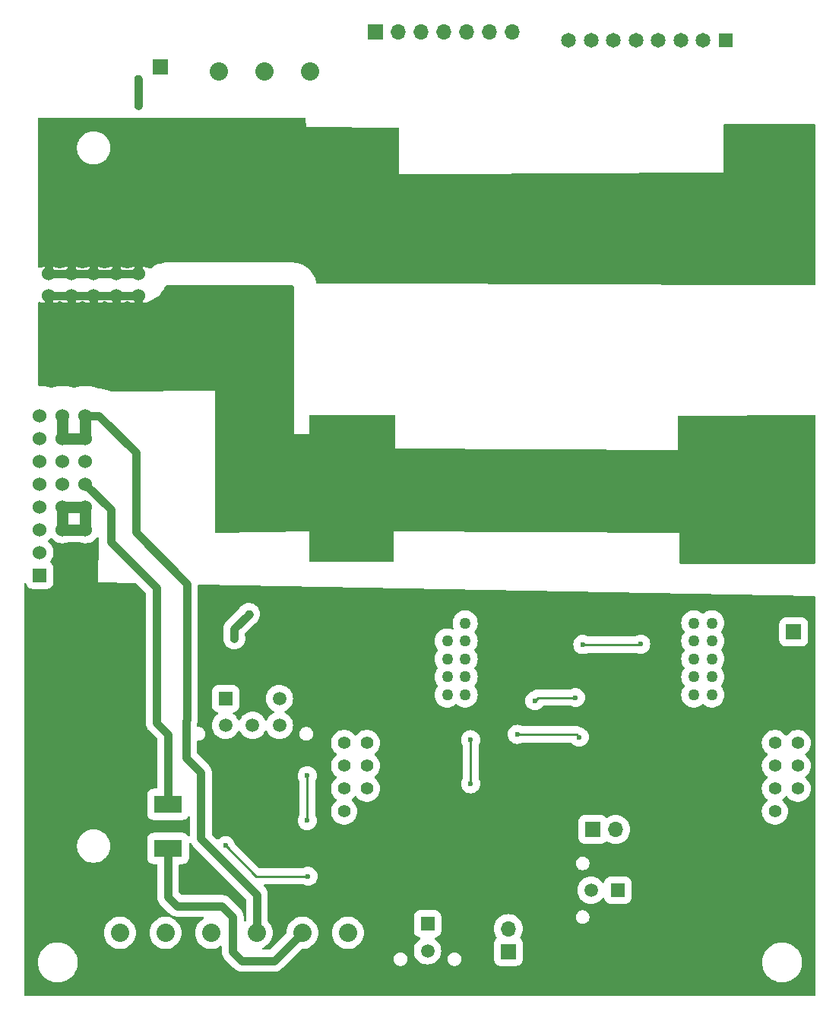
<source format=gbl>
%TF.GenerationSoftware,KiCad,Pcbnew,8.0.4*%
%TF.CreationDate,2025-01-12T00:12:44-05:00*%
%TF.ProjectId,X17_Backplane,5831375f-4261-4636-9b70-6c616e652e6b,rev?*%
%TF.SameCoordinates,Original*%
%TF.FileFunction,Copper,L2,Bot*%
%TF.FilePolarity,Positive*%
%FSLAX46Y46*%
G04 Gerber Fmt 4.6, Leading zero omitted, Abs format (unit mm)*
G04 Created by KiCad (PCBNEW 8.0.4) date 2025-01-12 00:12:44*
%MOMM*%
%LPD*%
G01*
G04 APERTURE LIST*
%TA.AperFunction,ComponentPad*%
%ADD10R,1.700000X1.700000*%
%TD*%
%TA.AperFunction,ComponentPad*%
%ADD11O,1.700000X1.700000*%
%TD*%
%TA.AperFunction,ComponentPad*%
%ADD12R,1.530000X1.530000*%
%TD*%
%TA.AperFunction,ComponentPad*%
%ADD13C,1.530000*%
%TD*%
%TA.AperFunction,ComponentPad*%
%ADD14C,2.032000*%
%TD*%
%TA.AperFunction,ComponentPad*%
%ADD15R,1.520000X1.520000*%
%TD*%
%TA.AperFunction,ComponentPad*%
%ADD16C,1.520000*%
%TD*%
%TA.AperFunction,ComponentPad*%
%ADD17R,1.650000X1.650000*%
%TD*%
%TA.AperFunction,ComponentPad*%
%ADD18C,1.650000*%
%TD*%
%TA.AperFunction,ComponentPad*%
%ADD19C,1.270000*%
%TD*%
%TA.AperFunction,ComponentPad*%
%ADD20C,1.390000*%
%TD*%
%TA.AperFunction,ComponentPad*%
%ADD21R,1.390000X1.390000*%
%TD*%
%TA.AperFunction,SMDPad,CuDef*%
%ADD22R,3.150000X1.960000*%
%TD*%
%TA.AperFunction,ViaPad*%
%ADD23C,0.600000*%
%TD*%
%TA.AperFunction,ViaPad*%
%ADD24C,0.939800*%
%TD*%
%TA.AperFunction,Conductor*%
%ADD25C,0.279400*%
%TD*%
%TA.AperFunction,Conductor*%
%ADD26C,0.889000*%
%TD*%
%TA.AperFunction,Conductor*%
%ADD27C,1.270000*%
%TD*%
G04 APERTURE END LIST*
D10*
%TO.P,J11,1,Pin_1*%
%TO.N,A_TB+*%
X147200000Y-145575000D03*
D11*
%TO.P,J11,2,Pin_2*%
%TO.N,A_TB-*%
X147200000Y-143035000D03*
%TD*%
D12*
%TO.P,J14,01,01*%
%TO.N,Aout-*%
X95000000Y-103670000D03*
D13*
%TO.P,J14,02,02*%
%TO.N,Aout+*%
X95000000Y-101130000D03*
%TO.P,J14,03,03*%
%TO.N,NRST_PSB*%
X95000000Y-98590000D03*
%TO.P,J14,04,04*%
%TO.N,unconnected-(J14-Pad04)*%
X95000000Y-96050000D03*
%TO.P,J14,05,05*%
%TO.N,unconnected-(J14-Pad05)*%
X95000000Y-93510000D03*
%TO.P,J14,06,06*%
%TO.N,unconnected-(J14-Pad06)*%
X95000000Y-90970000D03*
%TO.P,J14,07,07*%
%TO.N,unconnected-(J14-Pad07)*%
X95000000Y-88430000D03*
%TO.P,J14,08,08*%
%TO.N,unconnected-(J14-Pad08)*%
X95000000Y-85890000D03*
%TO.P,J14,09,09*%
%TO.N,5V_GND*%
X97540000Y-103670000D03*
%TO.P,J14,10,10*%
X97540000Y-101130000D03*
%TO.P,J14,11,11*%
%TO.N,5V*%
X97540000Y-98590000D03*
%TO.P,J14,12,12*%
X97540000Y-96050000D03*
%TO.P,J14,13,13*%
%TO.N,48V*%
X97540000Y-93510000D03*
%TO.P,J14,14,14*%
X97540000Y-90970000D03*
%TO.P,J14,15,15*%
%TO.N,48V_GND*%
X97540000Y-88430000D03*
%TO.P,J14,16,16*%
X97540000Y-85890000D03*
%TO.P,J14,17,17*%
%TO.N,5V_GND*%
X100080000Y-103670000D03*
%TO.P,J14,18,18*%
X100080000Y-101130000D03*
%TO.P,J14,19,19*%
%TO.N,5V*%
X100080000Y-98590000D03*
%TO.P,J14,20,20*%
X100080000Y-96050000D03*
%TO.P,J14,21,21*%
%TO.N,48V*%
X100080000Y-93510000D03*
%TO.P,J14,22,22*%
X100080000Y-90970000D03*
%TO.P,J14,23,23*%
%TO.N,48V_GND*%
X100080000Y-88430000D03*
%TO.P,J14,24,24*%
X100080000Y-85890000D03*
%TO.P,J14,P01_1,P01*%
%TO.N,5V_GND*%
X106000000Y-125340000D03*
X103500000Y-125340000D03*
X101000000Y-125340000D03*
X98500000Y-125340000D03*
X96000000Y-125340000D03*
X106000000Y-128340000D03*
X103500000Y-128340000D03*
X101000000Y-128340000D03*
X98500000Y-128340000D03*
X96000000Y-128340000D03*
%TO.P,J14,P02_1,P02*%
X106000000Y-119840000D03*
X103500000Y-119840000D03*
X101000000Y-119840000D03*
X98500000Y-119840000D03*
X96000000Y-119840000D03*
X106000000Y-122840000D03*
X103500000Y-122840000D03*
X101000000Y-122840000D03*
X98500000Y-122840000D03*
X96000000Y-122840000D03*
%TO.P,J14,P03_1,P03*%
X106000000Y-114340000D03*
X103500000Y-114340000D03*
X101000000Y-114340000D03*
X98500000Y-114340000D03*
X96000000Y-114340000D03*
X106000000Y-117340000D03*
X103500000Y-117340000D03*
X101000000Y-117340000D03*
X98500000Y-117340000D03*
X96000000Y-117340000D03*
%TO.P,J14,P04_1,P04*%
X106000000Y-108840000D03*
X103500000Y-108840000D03*
X101000000Y-108840000D03*
X98500000Y-108840000D03*
X96000000Y-108840000D03*
X106000000Y-111840000D03*
X103500000Y-111840000D03*
X101000000Y-111840000D03*
X98500000Y-111840000D03*
X96000000Y-111840000D03*
%TO.P,J14,P05_1,P05*%
%TO.N,12V*%
X106000000Y-78080000D03*
X103500000Y-78080000D03*
X101000000Y-78080000D03*
X98500000Y-78080000D03*
X96000000Y-78080000D03*
X106000000Y-81080000D03*
X103500000Y-81080000D03*
X101000000Y-81080000D03*
X98500000Y-81080000D03*
X96000000Y-81080000D03*
%TO.P,J14,P06_1,P06*%
X106000000Y-72580000D03*
X103500000Y-72580000D03*
X101000000Y-72580000D03*
X98500000Y-72580000D03*
X96000000Y-72580000D03*
X106000000Y-75580000D03*
X103500000Y-75580000D03*
X101000000Y-75580000D03*
X98500000Y-75580000D03*
X96000000Y-75580000D03*
%TO.P,J14,P07_1,P07*%
%TO.N,12V_GND*%
X106000000Y-67080000D03*
X103500000Y-67080000D03*
X101000000Y-67080000D03*
X98500000Y-67080000D03*
X96000000Y-67080000D03*
X106000000Y-70080000D03*
X103500000Y-70080000D03*
X101000000Y-70080000D03*
X98500000Y-70080000D03*
X96000000Y-70080000D03*
%TO.P,J14,P08_1,P08*%
X106000000Y-61580000D03*
X103500000Y-61580000D03*
X101000000Y-61580000D03*
X98500000Y-61580000D03*
X96000000Y-61580000D03*
X106000000Y-64580000D03*
X103500000Y-64580000D03*
X101000000Y-64580000D03*
X98500000Y-64580000D03*
X96000000Y-64580000D03*
%TD*%
D14*
%TO.P,U4,1,1*%
%TO.N,PWMC0_OUT*%
X114970000Y-47550000D03*
%TO.P,U4,2,2*%
%TO.N,12V_GND*%
X120050000Y-47550000D03*
%TO.P,U4,3,3*%
%TO.N,12V*%
X125130000Y-47550000D03*
%TD*%
D15*
%TO.P,J8,1,1*%
%TO.N,5V*%
X115700002Y-117400000D03*
D16*
%TO.P,J8,2,2*%
%TO.N,5V_GND*%
X118700001Y-117400000D03*
%TO.P,J8,3,3*%
%TO.N,NRST_PSB*%
X121700000Y-117400000D03*
%TO.P,J8,4,4*%
%TO.N,NRST_ESCC*%
X115700002Y-120399999D03*
%TO.P,J8,5,5*%
%TO.N,NRST_TB*%
X118700001Y-120399999D03*
%TO.P,J8,6,6*%
%TO.N,5V_GNDTB*%
X121700000Y-120399999D03*
%TD*%
D10*
%TO.P,J6,1,Pin_1*%
%TO.N,A+*%
X156625000Y-132000000D03*
D11*
%TO.P,J6,2,Pin_2*%
%TO.N,A-*%
X159165000Y-132000000D03*
%TD*%
D10*
%TO.P,J5,1,Pin_1*%
%TO.N,PWMC0_OUT*%
X108450000Y-47100000D03*
%TD*%
D15*
%TO.P,J18,1,1*%
%TO.N,A-*%
X159415000Y-138760352D03*
D16*
%TO.P,J18,2,2*%
%TO.N,A+*%
X156415001Y-138760352D03*
%TD*%
D17*
%TO.P,U3,1,1*%
%TO.N,12V_GND*%
X171400000Y-44100000D03*
D18*
%TO.P,U3,2,2*%
%TO.N,SOL7_1*%
X168900000Y-44100000D03*
%TO.P,U3,3,3*%
%TO.N,SOL6_1*%
X166400000Y-44100000D03*
%TO.P,U3,4,4*%
%TO.N,SOL5_1*%
X163900000Y-44100000D03*
%TO.P,U3,5,5*%
%TO.N,SOL4_1*%
X161400000Y-44100000D03*
%TO.P,U3,6,6*%
%TO.N,SOL3_1*%
X158900000Y-44100000D03*
%TO.P,U3,7,7*%
%TO.N,SOL2_1*%
X156400000Y-44100000D03*
%TO.P,U3,8,8*%
%TO.N,SOL1_1*%
X153900000Y-44100000D03*
%TD*%
D10*
%TO.P,J4,1,Pin_1*%
%TO.N,GPIO7*%
X132435000Y-43175001D03*
D11*
%TO.P,J4,2,Pin_2*%
%TO.N,GPIO6*%
X134975000Y-43175001D03*
%TO.P,J4,3,Pin_3*%
%TO.N,GPIO5*%
X137515000Y-43175001D03*
%TO.P,J4,4,Pin_4*%
%TO.N,GPIO4*%
X140055000Y-43175001D03*
%TO.P,J4,5,Pin_5*%
%TO.N,GPIO3*%
X142595000Y-43175001D03*
%TO.P,J4,6,Pin_6*%
%TO.N,GPIO2*%
X145135000Y-43175001D03*
%TO.P,J4,7,Pin_7*%
%TO.N,GPIO1*%
X147675000Y-43175001D03*
%TD*%
D14*
%TO.P,U1,1,1*%
%TO.N,NRST_TB*%
X103933400Y-143500000D03*
%TO.P,U1,2,2*%
%TO.N,A_TB+*%
X109013400Y-143500000D03*
%TO.P,U1,3,3*%
%TO.N,A_TB-*%
X114093400Y-143500000D03*
%TO.P,U1,4,4*%
%TO.N,48V_GND*%
X119173400Y-143500000D03*
%TO.P,U1,5,5*%
%TO.N,Net-(F1-Pad2)*%
X124253400Y-143500000D03*
%TO.P,U1,6,6*%
%TO.N,5V_GNDTB*%
X129333400Y-143500000D03*
%TD*%
D19*
%TO.P,J19,1,1*%
%TO.N,5V*%
X142400000Y-109000001D03*
%TO.P,J19,2,2*%
%TO.N,5V_GND*%
X140399999Y-109000001D03*
%TO.P,J19,3,3*%
%TO.N,PWMA1*%
X142400000Y-111000000D03*
%TO.P,J19,4,4*%
%TO.N,Aout+*%
X140399999Y-111000000D03*
%TO.P,J19,5,5*%
%TO.N,PWMA0*%
X142400000Y-113000001D03*
%TO.P,J19,6,6*%
%TO.N,Aout-*%
X140399999Y-113000001D03*
%TO.P,J19,7,7*%
%TO.N,PWMA2*%
X142400000Y-115000002D03*
%TO.P,J19,8,8*%
%TO.N,PWMA3*%
X140399999Y-115000002D03*
%TO.P,J19,9,9*%
%TO.N,PWMB0*%
X142400000Y-117000000D03*
%TO.P,J19,10,10*%
%TO.N,PWMB1*%
X140399999Y-117000000D03*
%TO.P,J19,11,11*%
%TO.N,PWMB2*%
X169870901Y-109000001D03*
%TO.P,J19,12,12*%
%TO.N,PWMB3*%
X167870900Y-109000001D03*
%TO.P,J19,13,13*%
%TO.N,PWMC0*%
X169870901Y-111000000D03*
%TO.P,J19,14,14*%
%TO.N,PWMC1*%
X167870900Y-111000000D03*
%TO.P,J19,15,15*%
%TO.N,Telemetry*%
X169870901Y-113000001D03*
%TO.P,J19,16,16*%
%TO.N,NRST_ESCC*%
X167870900Y-113000001D03*
%TO.P,J19,17,17*%
%TO.N,A+*%
X169870901Y-115000002D03*
%TO.P,J19,18,18*%
%TO.N,A-*%
X167870900Y-115000002D03*
%TO.P,J19,19,19*%
%TO.N,unconnected-(J19-Pad19)*%
X169870901Y-117000000D03*
%TO.P,J19,20,20*%
%TO.N,unconnected-(J19-Pad20)*%
X167870900Y-117000000D03*
%TD*%
D20*
%TO.P,J3,01,01*%
%TO.N,12V*%
X179425000Y-89320000D03*
X176885000Y-89320000D03*
X179425000Y-91860000D03*
X176885000Y-91860000D03*
X179425000Y-94400000D03*
X176885000Y-94400000D03*
X179425000Y-96940000D03*
X176885000Y-96940000D03*
X179425000Y-99480000D03*
D21*
X176885000Y-99480000D03*
D20*
%TO.P,J3,02,02*%
%TO.N,5V_GND*%
X179450000Y-129980000D03*
X179450000Y-132520000D03*
D21*
X176910000Y-132520000D03*
%TO.P,J3,03,03*%
%TO.N,12V_GND*%
X179200000Y-56320000D03*
D20*
X176660000Y-56320000D03*
X179200000Y-58860000D03*
X176660000Y-58860000D03*
X179200000Y-61400000D03*
X176660000Y-61400000D03*
X179200000Y-63940000D03*
X176660000Y-63940000D03*
X179200000Y-66480000D03*
X176660000Y-66480000D03*
%TO.P,J3,04,04*%
%TO.N,PWMB0*%
X176910000Y-129980000D03*
%TO.P,J3,05,05*%
%TO.N,Telemetry*%
X179450000Y-127440000D03*
%TO.P,J3,06,06*%
%TO.N,PWMB1*%
X176910000Y-127440000D03*
%TO.P,J3,07,07*%
%TO.N,unconnected-(J3-Pad07)*%
X179450000Y-124900000D03*
%TO.P,J3,08,08*%
%TO.N,PWMB2*%
X176910000Y-124900000D03*
%TO.P,J3,09,09*%
%TO.N,unconnected-(J3-Pad09)*%
X179450000Y-122360000D03*
%TO.P,J3,10,10*%
%TO.N,PWMB3*%
X176910000Y-122360000D03*
%TD*%
%TO.P,J2,01,01*%
%TO.N,12V*%
X131425000Y-89320000D03*
X128885000Y-89320000D03*
X131425000Y-91860000D03*
X128885000Y-91860000D03*
X131425000Y-94400000D03*
X128885000Y-94400000D03*
X131425000Y-96940000D03*
X128885000Y-96940000D03*
X131425000Y-99480000D03*
D21*
X128885000Y-99480000D03*
D20*
%TO.P,J2,02,02*%
%TO.N,5V_GND*%
X131450000Y-129980000D03*
X131450000Y-132520000D03*
D21*
X128910000Y-132520000D03*
%TO.P,J2,03,03*%
%TO.N,12V_GND*%
X131200000Y-56320000D03*
D20*
X128660000Y-56320000D03*
X131200000Y-58860000D03*
X128660000Y-58860000D03*
X131200000Y-61400000D03*
X128660000Y-61400000D03*
X131200000Y-63940000D03*
X128660000Y-63940000D03*
X131200000Y-66480000D03*
X128660000Y-66480000D03*
%TO.P,J2,04,04*%
%TO.N,PWMA0*%
X128910000Y-129980000D03*
%TO.P,J2,05,05*%
%TO.N,Telemetry*%
X131450000Y-127440000D03*
%TO.P,J2,06,06*%
%TO.N,PWMA1*%
X128910000Y-127440000D03*
%TO.P,J2,07,07*%
%TO.N,unconnected-(J2-Pad07)*%
X131450000Y-124900000D03*
%TO.P,J2,08,08*%
%TO.N,PWMA2*%
X128910000Y-124900000D03*
%TO.P,J2,09,09*%
%TO.N,unconnected-(J2-Pad09)*%
X131450000Y-122360000D03*
%TO.P,J2,10,10*%
%TO.N,PWMA3*%
X128910000Y-122360000D03*
%TD*%
D15*
%TO.P,J1,1,1*%
%TO.N,A_TB-*%
X138200000Y-142500000D03*
D16*
%TO.P,J1,2,2*%
%TO.N,A_TB+*%
X138200000Y-145499999D03*
%TD*%
D10*
%TO.P,J10,1,Pin_1*%
%TO.N,PWMC0*%
X179000000Y-110000000D03*
%TD*%
D22*
%TO.P,F1,1*%
%TO.N,48V*%
X109300000Y-129190000D03*
%TO.P,F1,2*%
%TO.N,Net-(F1-Pad2)*%
X109300000Y-134100000D03*
%TD*%
D23*
%TO.N,12V_GND*%
X135106400Y-60806000D03*
X124968000Y-55194200D03*
X120015000Y-55245000D03*
X150012400Y-69697600D03*
X148010000Y-60470000D03*
X110007400Y-55270400D03*
X126873000Y-69977000D03*
X160100000Y-61010800D03*
D24*
X106000000Y-48400000D03*
D23*
X115075400Y-66580200D03*
X120065800Y-62738000D03*
X155050000Y-70150000D03*
X135106400Y-69698400D03*
X173507400Y-61036200D03*
X110058200Y-66598800D03*
X120015000Y-59080400D03*
X155100000Y-61010800D03*
X165000000Y-69950000D03*
X125018800Y-66522600D03*
X165100000Y-61010800D03*
X140106400Y-69748400D03*
X160000000Y-70000000D03*
X135100000Y-65000000D03*
X140106400Y-60706000D03*
X154950000Y-65000000D03*
X150050000Y-65050000D03*
X115024600Y-59087200D03*
X139950000Y-64950000D03*
X120065800Y-66573400D03*
D24*
X106000000Y-51400000D03*
D23*
X165050000Y-64950000D03*
X170050000Y-64950000D03*
X110007400Y-59105800D03*
X125018800Y-62687200D03*
X110058200Y-62763400D03*
X115075400Y-62744800D03*
X170053000Y-61061600D03*
X124968000Y-59029600D03*
X160000000Y-65000000D03*
X144962400Y-69597600D03*
X115024600Y-55251800D03*
X145000000Y-64950000D03*
X173510400Y-57147800D03*
X173532800Y-64871600D03*
%TO.N,12V*%
X145415000Y-91973400D03*
X154520400Y-91999600D03*
X164469600Y-96672400D03*
X115392200Y-80416400D03*
X110668600Y-80387200D03*
X120370600Y-76530200D03*
X149369600Y-96622400D03*
X120345200Y-80467200D03*
X145389600Y-96672400D03*
X169519600Y-96672400D03*
X159519600Y-96672400D03*
X169545000Y-100533200D03*
X119888000Y-96596200D03*
X110794800Y-72817200D03*
X124434600Y-92125800D03*
X173177200Y-96672400D03*
X140415000Y-91923400D03*
X154469600Y-96622400D03*
X124434600Y-96621600D03*
X117245600Y-84357200D03*
X164520400Y-92049600D03*
X117246400Y-89331800D03*
X149420400Y-91999600D03*
X173202600Y-100533200D03*
X120421400Y-72847200D03*
X140389600Y-96622400D03*
X110744000Y-76500200D03*
X117297200Y-94234000D03*
X135365000Y-91973400D03*
X169570400Y-92049600D03*
X115467600Y-76529400D03*
X173228000Y-92049600D03*
X121564400Y-93319600D03*
X121792200Y-84382600D03*
X159570400Y-92049600D03*
X115518400Y-72846400D03*
X135339600Y-96672400D03*
X121793000Y-89357200D03*
D24*
%TO.N,5V*%
X118300000Y-108000000D03*
X116668426Y-110700000D03*
D23*
%TO.N,PWMA2*%
X124800000Y-131000000D03*
X124800000Y-126000000D03*
%TO.N,Telemetry*%
X154700000Y-117300000D03*
X150150000Y-117650000D03*
%TO.N,PWMB0*%
X143000000Y-126900000D03*
X143000000Y-122000000D03*
%TO.N,PWMB1*%
X155100000Y-121700000D03*
X148200000Y-121400000D03*
%TO.N,5V_GND*%
X119200000Y-114700000D03*
X140600000Y-131700000D03*
X140500000Y-137800000D03*
X129700000Y-147000000D03*
X106600000Y-140300000D03*
X129200000Y-117500000D03*
X132400000Y-117600000D03*
X174300000Y-135400000D03*
X126200000Y-139600000D03*
X110600000Y-146100000D03*
X120700000Y-108600000D03*
X138600000Y-134300000D03*
X180300000Y-118100000D03*
X126200000Y-120700000D03*
X114200000Y-124200000D03*
X113100000Y-117200000D03*
X122400000Y-107400000D03*
X171200000Y-140500000D03*
X125700000Y-114300000D03*
X138700000Y-131700000D03*
X122300000Y-109900000D03*
X169000000Y-143300000D03*
X129200000Y-114300000D03*
X124800000Y-107400000D03*
X178700000Y-143900000D03*
D24*
X173600000Y-139200000D03*
D23*
X172400000Y-143900000D03*
X146200000Y-148700000D03*
X132400000Y-114300000D03*
X117300000Y-139900000D03*
X148700000Y-148700000D03*
X132500000Y-142600000D03*
X130300000Y-140200000D03*
X146600000Y-109000000D03*
X115000000Y-131200000D03*
X137900000Y-149400000D03*
X105200000Y-147200000D03*
X121000000Y-140400000D03*
X114300000Y-110500000D03*
X114600000Y-114100000D03*
X138500000Y-137700000D03*
X167800000Y-149200000D03*
X115100000Y-138500000D03*
X113500000Y-115400000D03*
X167100000Y-145100000D03*
X172900000Y-147900000D03*
X137100000Y-109500000D03*
X113500000Y-108700000D03*
X140700000Y-128600000D03*
X118300000Y-113000000D03*
X112400000Y-136000000D03*
X135600000Y-140900000D03*
X180300000Y-115600000D03*
X153400000Y-110000000D03*
D24*
X157167500Y-107270000D03*
D23*
X124800000Y-109800000D03*
X173500000Y-107400000D03*
X162700000Y-149200000D03*
X125700000Y-146800000D03*
X135900000Y-114200000D03*
X101100000Y-147300000D03*
X125600000Y-117700000D03*
X174300000Y-133000000D03*
X132600000Y-139500000D03*
X122100000Y-114200000D03*
X115200000Y-128600000D03*
X134700000Y-109300000D03*
X115100000Y-126400000D03*
X150900000Y-109200000D03*
X136100000Y-138800000D03*
X140500000Y-134200000D03*
X113400000Y-122800000D03*
X113600000Y-112400000D03*
%TO.N,NRST_ESCC*%
X115700000Y-133800000D03*
X124900000Y-137200000D03*
X155500000Y-111400000D03*
X161950000Y-111350000D03*
%TD*%
D25*
%TO.N,Telemetry*%
X150500000Y-117300000D02*
X154700000Y-117300000D01*
X150150000Y-117650000D02*
X150500000Y-117300000D01*
D26*
%TO.N,5V*%
X116668426Y-109631574D02*
X116668426Y-110700000D01*
X118300000Y-108000000D02*
X116668426Y-109631574D01*
%TO.N,12V_GND*%
X98500000Y-61580000D02*
X98500000Y-64580000D01*
X96000000Y-64580000D02*
X96000000Y-70080000D01*
X176660000Y-63940000D02*
X179200000Y-63940000D01*
X128660000Y-56320000D02*
X128660000Y-66480000D01*
X96000000Y-61580000D02*
X96000000Y-64580000D01*
X179200000Y-66480000D02*
X179200000Y-56320000D01*
X131200000Y-66480000D02*
X131200000Y-56320000D01*
X176660000Y-56320000D02*
X176660000Y-66480000D01*
X98500000Y-64580000D02*
X98500000Y-70080000D01*
X96000000Y-61580000D02*
X106000000Y-61580000D01*
X128660000Y-61400000D02*
X131200000Y-61400000D01*
X101000000Y-61580000D02*
X101000000Y-64580000D01*
X128660000Y-63940000D02*
X131200000Y-63940000D01*
X106000000Y-64580000D02*
X106000000Y-67080000D01*
X101000000Y-64580000D02*
X101000000Y-70080000D01*
X179200000Y-66480000D02*
X176660000Y-66480000D01*
X128660000Y-66480000D02*
X131200000Y-66480000D01*
X106000000Y-51400000D02*
X106000000Y-48400000D01*
X103500000Y-64580000D02*
X103500000Y-70080000D01*
X106000000Y-64580000D02*
X106000000Y-61580000D01*
X179200000Y-61400000D02*
X176660000Y-61400000D01*
X96000000Y-67080000D02*
X106000000Y-67080000D01*
X103500000Y-61580000D02*
X103500000Y-64580000D01*
X179200000Y-56320000D02*
X176660000Y-56320000D01*
X106000000Y-70080000D02*
X106000000Y-67080000D01*
X128660000Y-56320000D02*
X131200000Y-56320000D01*
X128660000Y-58860000D02*
X131200000Y-58860000D01*
X96000000Y-70080000D02*
X106000000Y-70080000D01*
X176660000Y-58860000D02*
X179200000Y-58860000D01*
X96000000Y-64580000D02*
X106000000Y-64580000D01*
%TO.N,12V*%
X96000000Y-78080000D02*
X96000000Y-81080000D01*
X176885000Y-96940000D02*
X179425000Y-96940000D01*
X128885000Y-89320000D02*
X128885000Y-99480000D01*
X96000000Y-75580000D02*
X106000000Y-75580000D01*
X128885000Y-94400000D02*
X131425000Y-94400000D01*
X103500000Y-78080000D02*
X103500000Y-81080000D01*
X101000000Y-78080000D02*
X101000000Y-81080000D01*
X176885000Y-94400000D02*
X179425000Y-94400000D01*
X96000000Y-72580000D02*
X96000000Y-81080000D01*
X101000000Y-81080000D02*
X101000000Y-72580000D01*
X103500000Y-72580000D02*
X103500000Y-81080000D01*
X106000000Y-78080000D02*
X106000000Y-81080000D01*
X96000000Y-81080000D02*
X106000000Y-81080000D01*
X128885000Y-96940000D02*
X131425000Y-96940000D01*
X176885000Y-89320000D02*
X179425000Y-89320000D01*
X176885000Y-89320000D02*
X176885000Y-99480000D01*
X176885000Y-91860000D02*
X179425000Y-91860000D01*
X98500000Y-72580000D02*
X98500000Y-81080000D01*
X96000000Y-72580000D02*
X106000000Y-72580000D01*
X96000000Y-78080000D02*
X106000000Y-78080000D01*
X128885000Y-89320000D02*
X131425000Y-89320000D01*
X176885000Y-99480000D02*
X179425000Y-99480000D01*
X179425000Y-89320000D02*
X179425000Y-99480000D01*
X131425000Y-89320000D02*
X131425000Y-99480000D01*
X128885000Y-91860000D02*
X131425000Y-91860000D01*
X128885000Y-99480000D02*
X131425000Y-99480000D01*
X106000000Y-72580000D02*
X106000000Y-81080000D01*
X98500000Y-78080000D02*
X98500000Y-81080000D01*
D27*
%TO.N,5V*%
X97540000Y-98590000D02*
X97540000Y-96050000D01*
X100080000Y-96050000D02*
X97540000Y-96050000D01*
X100080000Y-96050000D02*
X100080000Y-98590000D01*
X97540000Y-98590000D02*
X100080000Y-98590000D01*
D25*
%TO.N,PWMA2*%
X124800000Y-131000000D02*
X124800000Y-126000000D01*
%TO.N,PWMB0*%
X143000000Y-126900000D02*
X143000000Y-122000000D01*
%TO.N,PWMB1*%
X154800000Y-121400000D02*
X155100000Y-121700000D01*
X148200000Y-121400000D02*
X154800000Y-121400000D01*
D26*
%TO.N,48V*%
X109300000Y-121400000D02*
X109300000Y-129190000D01*
X102900000Y-100000000D02*
X108000000Y-105100000D01*
X108000000Y-120100000D02*
X109300000Y-121400000D01*
X100080000Y-93510000D02*
X102900000Y-96330000D01*
X108000000Y-105100000D02*
X108000000Y-120100000D01*
X109300000Y-129190000D02*
X108700000Y-129190000D01*
X102900000Y-96330000D02*
X102900000Y-100000000D01*
%TO.N,48V_GND*%
X112960000Y-125660000D02*
X112960000Y-133024275D01*
X112960000Y-133024275D02*
X119173400Y-139237675D01*
D27*
X97540000Y-88430000D02*
X100080000Y-88430000D01*
D26*
X111400000Y-119800000D02*
X111300000Y-119900000D01*
X111400000Y-104600000D02*
X111400000Y-119800000D01*
X101590000Y-85890000D02*
X105700000Y-90000000D01*
X105700000Y-90000000D02*
X105700000Y-98900000D01*
D27*
X97540000Y-88430000D02*
X97540000Y-85890000D01*
X100080000Y-88430000D02*
X100080000Y-85890000D01*
D26*
X105700000Y-98900000D02*
X111400000Y-104600000D01*
X111300000Y-119900000D02*
X111300000Y-124000000D01*
X119173400Y-139237675D02*
X119173400Y-143500000D01*
X100080000Y-85890000D02*
X101590000Y-85890000D01*
X111300000Y-124000000D02*
X112960000Y-125660000D01*
D25*
%TO.N,NRST_ESCC*%
X119100000Y-137200000D02*
X124900000Y-137200000D01*
X161900000Y-111400000D02*
X155500000Y-111400000D01*
X161950000Y-111350000D02*
X161900000Y-111400000D01*
X115700000Y-133800000D02*
X119100000Y-137200000D01*
D26*
%TO.N,Net-(F1-Pad2)*%
X115300000Y-140500000D02*
X116500000Y-141700000D01*
X116500000Y-145600000D02*
X117500000Y-146600000D01*
X109300000Y-134100000D02*
X109300000Y-139500000D01*
X117500000Y-146600000D02*
X121153400Y-146600000D01*
X121153400Y-146600000D02*
X124253400Y-143500000D01*
X116500000Y-141700000D02*
X116500000Y-145600000D01*
X109300000Y-139500000D02*
X110300000Y-140500000D01*
X110300000Y-140500000D02*
X115300000Y-140500000D01*
%TD*%
%TA.AperFunction,Conductor*%
%TO.N,12V_GND*%
G36*
X124548803Y-52719685D02*
G01*
X124594558Y-52772489D01*
X124605624Y-52818102D01*
X124649999Y-53749999D01*
X124650000Y-53750000D01*
X134896124Y-53799402D01*
X134963066Y-53819410D01*
X135008565Y-53872434D01*
X135019523Y-53923878D01*
X134999999Y-59000000D01*
X135000000Y-58999999D01*
X135000000Y-59000000D01*
X140279992Y-58970828D01*
X140270000Y-60140000D01*
X168860000Y-60080000D01*
X168850023Y-58812983D01*
X171200000Y-58800000D01*
X171200000Y-53524000D01*
X171219685Y-53456961D01*
X171272489Y-53411206D01*
X171324000Y-53400000D01*
X181275500Y-53400000D01*
X181342539Y-53419685D01*
X181388294Y-53472489D01*
X181399500Y-53524000D01*
X181399500Y-71276000D01*
X181379815Y-71343039D01*
X181327011Y-71388794D01*
X181275500Y-71400000D01*
X174000256Y-71400000D01*
X173999614Y-71399998D01*
X135400065Y-71200000D01*
X135400000Y-71200000D01*
X135200000Y-71200000D01*
X125926960Y-71200000D01*
X125859921Y-71180315D01*
X125814166Y-71127511D01*
X125804378Y-71094699D01*
X125787323Y-70982893D01*
X125776117Y-70931382D01*
X125726707Y-70756668D01*
X125691107Y-70630787D01*
X125691105Y-70630783D01*
X125566668Y-70336329D01*
X125547614Y-70303471D01*
X125406308Y-70059795D01*
X125212553Y-69805539D01*
X125166798Y-69752735D01*
X125048127Y-69624907D01*
X124843958Y-69443866D01*
X124808954Y-69412827D01*
X124808952Y-69412825D01*
X124808948Y-69412822D01*
X124545073Y-69232386D01*
X124260668Y-69086446D01*
X124260657Y-69086441D01*
X123960219Y-68977304D01*
X123926688Y-68967458D01*
X123893169Y-68957616D01*
X123883478Y-68954950D01*
X123809048Y-68934474D01*
X123809045Y-68934473D01*
X123809040Y-68934472D01*
X123555342Y-68886076D01*
X123495027Y-68874570D01*
X123495030Y-68874570D01*
X123176011Y-68854500D01*
X123176000Y-68854500D01*
X109116033Y-68854500D01*
X109116026Y-68854500D01*
X109034576Y-68855803D01*
X108716341Y-68886075D01*
X108404417Y-68955992D01*
X108337846Y-68975375D01*
X108177574Y-69027860D01*
X107884719Y-69155992D01*
X107884708Y-69155998D01*
X107610226Y-69319821D01*
X107378277Y-69501238D01*
X107313344Y-69527034D01*
X107249817Y-69516104D01*
X107225299Y-69504761D01*
X107225294Y-69504759D01*
X107225289Y-69504757D01*
X107036404Y-69441114D01*
X106885613Y-69390306D01*
X106535555Y-69313253D01*
X106179220Y-69274500D01*
X106179219Y-69274500D01*
X105820781Y-69274500D01*
X105820779Y-69274500D01*
X105464444Y-69313253D01*
X105114383Y-69390307D01*
X104789593Y-69499742D01*
X104719778Y-69502494D01*
X104710407Y-69499742D01*
X104385616Y-69390307D01*
X104035555Y-69313253D01*
X103679220Y-69274500D01*
X103679219Y-69274500D01*
X103320781Y-69274500D01*
X103320779Y-69274500D01*
X102964444Y-69313253D01*
X102614383Y-69390307D01*
X102289593Y-69499742D01*
X102219778Y-69502494D01*
X102210407Y-69499742D01*
X101885616Y-69390307D01*
X101535555Y-69313253D01*
X101179220Y-69274500D01*
X101179219Y-69274500D01*
X100820781Y-69274500D01*
X100820779Y-69274500D01*
X100464444Y-69313253D01*
X100114383Y-69390307D01*
X99789593Y-69499742D01*
X99719778Y-69502494D01*
X99710407Y-69499742D01*
X99385616Y-69390307D01*
X99035555Y-69313253D01*
X98679220Y-69274500D01*
X98679219Y-69274500D01*
X98320781Y-69274500D01*
X98320779Y-69274500D01*
X97964444Y-69313253D01*
X97614383Y-69390307D01*
X97289593Y-69499742D01*
X97219778Y-69502494D01*
X97210407Y-69499742D01*
X96885616Y-69390307D01*
X96535555Y-69313253D01*
X96179220Y-69274500D01*
X96179219Y-69274500D01*
X95820781Y-69274500D01*
X95820779Y-69274500D01*
X95464444Y-69313253D01*
X95114383Y-69390307D01*
X94963593Y-69441114D01*
X94893778Y-69443866D01*
X94833557Y-69408435D01*
X94802052Y-69346072D01*
X94800000Y-69323605D01*
X94800000Y-55958711D01*
X99149500Y-55958711D01*
X99149500Y-56201288D01*
X99181161Y-56441785D01*
X99243947Y-56676104D01*
X99336773Y-56900205D01*
X99336776Y-56900212D01*
X99458064Y-57110289D01*
X99458066Y-57110292D01*
X99458067Y-57110293D01*
X99605733Y-57302736D01*
X99605739Y-57302743D01*
X99777256Y-57474260D01*
X99777262Y-57474265D01*
X99969711Y-57621936D01*
X100179788Y-57743224D01*
X100403900Y-57836054D01*
X100638211Y-57898838D01*
X100818586Y-57922584D01*
X100878711Y-57930500D01*
X100878712Y-57930500D01*
X101121289Y-57930500D01*
X101169388Y-57924167D01*
X101361789Y-57898838D01*
X101596100Y-57836054D01*
X101820212Y-57743224D01*
X102030289Y-57621936D01*
X102222738Y-57474265D01*
X102394265Y-57302738D01*
X102541936Y-57110289D01*
X102663224Y-56900212D01*
X102756054Y-56676100D01*
X102818838Y-56441789D01*
X102850500Y-56201288D01*
X102850500Y-55958712D01*
X102818838Y-55718211D01*
X102756054Y-55483900D01*
X102663224Y-55259788D01*
X102541936Y-55049711D01*
X102394265Y-54857262D01*
X102394260Y-54857256D01*
X102222743Y-54685739D01*
X102222736Y-54685733D01*
X102030293Y-54538067D01*
X102030292Y-54538066D01*
X102030289Y-54538064D01*
X101820212Y-54416776D01*
X101820205Y-54416773D01*
X101596104Y-54323947D01*
X101361785Y-54261161D01*
X101121289Y-54229500D01*
X101121288Y-54229500D01*
X100878712Y-54229500D01*
X100878711Y-54229500D01*
X100638214Y-54261161D01*
X100403895Y-54323947D01*
X100179794Y-54416773D01*
X100179785Y-54416777D01*
X99969706Y-54538067D01*
X99777263Y-54685733D01*
X99777256Y-54685739D01*
X99605739Y-54857256D01*
X99605733Y-54857263D01*
X99458067Y-55049706D01*
X99336777Y-55259785D01*
X99336773Y-55259794D01*
X99243947Y-55483895D01*
X99181161Y-55718214D01*
X99149500Y-55958711D01*
X94800000Y-55958711D01*
X94800000Y-52824000D01*
X94819685Y-52756961D01*
X94872489Y-52711206D01*
X94924000Y-52700000D01*
X124481764Y-52700000D01*
X124548803Y-52719685D01*
G37*
%TD.AperFunction*%
%TD*%
%TA.AperFunction,Conductor*%
%TO.N,12V*%
G36*
X123243039Y-71419685D02*
G01*
X123288794Y-71472489D01*
X123300000Y-71524000D01*
X123300000Y-88000000D01*
X125000000Y-88000000D01*
X125000000Y-85924000D01*
X125019685Y-85856961D01*
X125072489Y-85811206D01*
X125124000Y-85800000D01*
X134476000Y-85800000D01*
X134543039Y-85819685D01*
X134588794Y-85872489D01*
X134600000Y-85924000D01*
X134600000Y-89600000D01*
X166099999Y-89700000D01*
X166100000Y-89700000D01*
X166100000Y-86023202D01*
X166119685Y-85956163D01*
X166172489Y-85910408D01*
X166223199Y-85899205D01*
X181274702Y-85802098D01*
X181341865Y-85821349D01*
X181387960Y-85873857D01*
X181399500Y-85926095D01*
X181399500Y-102276000D01*
X181379815Y-102343039D01*
X181327011Y-102388794D01*
X181275500Y-102400000D01*
X166424000Y-102400000D01*
X166356961Y-102380315D01*
X166311206Y-102327511D01*
X166300000Y-102276000D01*
X166300000Y-99000000D01*
X134400000Y-98800000D01*
X134400000Y-102076000D01*
X134380315Y-102143039D01*
X134327511Y-102188794D01*
X134276000Y-102200000D01*
X125124000Y-102200000D01*
X125056961Y-102180315D01*
X125011206Y-102127511D01*
X125000000Y-102076000D01*
X125000000Y-98800000D01*
X114625771Y-98948203D01*
X114558457Y-98929478D01*
X114511953Y-98877333D01*
X114500000Y-98824216D01*
X114500000Y-83150000D01*
X102869964Y-83179517D01*
X102815848Y-83167237D01*
X102734121Y-83127879D01*
X102734113Y-83127876D01*
X102417667Y-83017146D01*
X102417655Y-83017142D01*
X102165398Y-82959566D01*
X102090794Y-82942538D01*
X102090791Y-82942537D01*
X102090779Y-82942535D01*
X101791371Y-82908801D01*
X101774503Y-82906900D01*
X101757637Y-82905000D01*
X101757635Y-82905000D01*
X101757634Y-82905000D01*
X101527640Y-82905000D01*
X101475573Y-82893539D01*
X101305296Y-82814759D01*
X100965613Y-82700306D01*
X100615555Y-82623253D01*
X100259220Y-82584500D01*
X100259219Y-82584500D01*
X99900781Y-82584500D01*
X99900779Y-82584500D01*
X99544444Y-82623253D01*
X99194383Y-82700307D01*
X98851528Y-82815829D01*
X98851157Y-82814728D01*
X98786334Y-82820812D01*
X98768552Y-82815590D01*
X98768472Y-82815829D01*
X98425616Y-82700307D01*
X98075555Y-82623253D01*
X97719220Y-82584500D01*
X97719219Y-82584500D01*
X97360781Y-82584500D01*
X97360779Y-82584500D01*
X97004444Y-82623253D01*
X96654383Y-82700307D01*
X96311528Y-82815829D01*
X96311157Y-82814728D01*
X96246334Y-82820812D01*
X96228552Y-82815590D01*
X96228472Y-82815829D01*
X95885616Y-82700307D01*
X95535555Y-82623253D01*
X95179220Y-82584500D01*
X95179219Y-82584500D01*
X94924000Y-82584500D01*
X94856961Y-82564815D01*
X94811206Y-82512011D01*
X94800000Y-82460500D01*
X94800000Y-73336393D01*
X94819685Y-73269354D01*
X94872489Y-73223599D01*
X94941647Y-73213655D01*
X94963581Y-73218881D01*
X95114386Y-73269693D01*
X95114391Y-73269694D01*
X95114394Y-73269695D01*
X95417409Y-73336393D01*
X95464444Y-73346746D01*
X95820781Y-73385500D01*
X95820787Y-73385500D01*
X96179213Y-73385500D01*
X96179219Y-73385500D01*
X96535556Y-73346746D01*
X96885614Y-73269693D01*
X97210408Y-73160256D01*
X97280222Y-73157505D01*
X97289578Y-73160252D01*
X97614386Y-73269693D01*
X97964444Y-73346746D01*
X98320781Y-73385500D01*
X98320787Y-73385500D01*
X98679213Y-73385500D01*
X98679219Y-73385500D01*
X99035556Y-73346746D01*
X99385614Y-73269693D01*
X99710408Y-73160256D01*
X99780222Y-73157505D01*
X99789578Y-73160252D01*
X100114386Y-73269693D01*
X100464444Y-73346746D01*
X100820781Y-73385500D01*
X100820787Y-73385500D01*
X101179213Y-73385500D01*
X101179219Y-73385500D01*
X101535556Y-73346746D01*
X101885614Y-73269693D01*
X102210408Y-73160256D01*
X102280222Y-73157505D01*
X102289578Y-73160252D01*
X102614386Y-73269693D01*
X102964444Y-73346746D01*
X103320781Y-73385500D01*
X103320787Y-73385500D01*
X103679213Y-73385500D01*
X103679219Y-73385500D01*
X104035556Y-73346746D01*
X104385614Y-73269693D01*
X104710408Y-73160256D01*
X104780222Y-73157505D01*
X104789578Y-73160252D01*
X105114386Y-73269693D01*
X105464444Y-73346746D01*
X105820781Y-73385500D01*
X105820787Y-73385500D01*
X106179213Y-73385500D01*
X106179219Y-73385500D01*
X106535556Y-73346746D01*
X106885614Y-73269693D01*
X107225289Y-73155243D01*
X107550598Y-73004739D01*
X107857728Y-72819944D01*
X108143078Y-72603027D01*
X108403303Y-72356529D01*
X108635351Y-72083341D01*
X108836501Y-71786666D01*
X108966997Y-71540526D01*
X109005971Y-71467014D01*
X109007230Y-71467681D01*
X109049467Y-71419382D01*
X109116033Y-71400000D01*
X123176000Y-71400000D01*
X123243039Y-71419685D01*
G37*
%TD.AperFunction*%
%TD*%
%TA.AperFunction,Conductor*%
%TO.N,12V_GND*%
G36*
X168805898Y-58813227D02*
G01*
X168850023Y-58812983D01*
X168860000Y-60080000D01*
X140270000Y-60140000D01*
X140279992Y-58970827D01*
X140323644Y-58970586D01*
X140331624Y-58969710D01*
X168795732Y-58810303D01*
X168805898Y-58813227D01*
G37*
%TD.AperFunction*%
%TD*%
%TA.AperFunction,Conductor*%
%TO.N,5V_GND*%
G36*
X101506163Y-99457235D02*
G01*
X101545194Y-99515187D01*
X101550989Y-99553952D01*
X101499999Y-104499998D01*
X101500000Y-104499999D01*
X101500000Y-104500000D01*
X105722249Y-104578286D01*
X105788908Y-104599209D01*
X105807627Y-104614583D01*
X106756681Y-105563637D01*
X106790166Y-105624960D01*
X106793000Y-105651318D01*
X106793000Y-120194998D01*
X106822720Y-120382641D01*
X106822720Y-120382644D01*
X106871402Y-120532469D01*
X106881429Y-120563328D01*
X106967681Y-120732606D01*
X107034722Y-120824880D01*
X107034724Y-120824882D01*
X107079348Y-120886304D01*
X107079350Y-120886306D01*
X108056681Y-121863636D01*
X108090166Y-121924959D01*
X108093000Y-121951317D01*
X108093000Y-127323500D01*
X108073315Y-127390539D01*
X108020511Y-127436294D01*
X107969000Y-127447500D01*
X107674197Y-127447500D01*
X107674180Y-127447501D01*
X107569757Y-127458169D01*
X107400562Y-127514235D01*
X107400557Y-127514237D01*
X107248849Y-127607812D01*
X107122812Y-127733849D01*
X107029237Y-127885557D01*
X107029235Y-127885562D01*
X106973169Y-128054757D01*
X106973168Y-128054764D01*
X106962500Y-128159181D01*
X106962500Y-130220803D01*
X106962501Y-130220819D01*
X106973169Y-130325242D01*
X107029235Y-130494437D01*
X107029237Y-130494442D01*
X107062156Y-130547811D01*
X107122811Y-130646149D01*
X107248851Y-130772189D01*
X107400560Y-130865764D01*
X107569759Y-130921831D01*
X107674189Y-130932500D01*
X110925810Y-130932499D01*
X111030241Y-130921831D01*
X111199440Y-130865764D01*
X111351149Y-130772189D01*
X111477189Y-130646149D01*
X111523462Y-130571127D01*
X111575409Y-130524405D01*
X111644372Y-130513182D01*
X111708454Y-130541026D01*
X111747310Y-130599094D01*
X111753000Y-130636226D01*
X111753000Y-132653773D01*
X111733315Y-132720812D01*
X111680511Y-132766567D01*
X111611353Y-132776511D01*
X111547797Y-132747486D01*
X111523462Y-132718870D01*
X111477191Y-132643854D01*
X111477188Y-132643850D01*
X111351150Y-132517812D01*
X111351149Y-132517811D01*
X111234302Y-132445739D01*
X111199442Y-132424237D01*
X111199437Y-132424235D01*
X111030242Y-132368169D01*
X111030235Y-132368168D01*
X110925812Y-132357500D01*
X107674196Y-132357500D01*
X107674180Y-132357501D01*
X107569757Y-132368169D01*
X107400562Y-132424235D01*
X107400557Y-132424237D01*
X107248849Y-132517812D01*
X107122812Y-132643849D01*
X107029237Y-132795557D01*
X107029235Y-132795562D01*
X106973169Y-132964757D01*
X106973168Y-132964764D01*
X106962500Y-133069181D01*
X106962500Y-135130803D01*
X106962501Y-135130819D01*
X106973169Y-135235242D01*
X107027805Y-135400121D01*
X107029236Y-135404440D01*
X107122811Y-135556149D01*
X107248851Y-135682189D01*
X107400560Y-135775764D01*
X107569759Y-135831831D01*
X107674189Y-135842500D01*
X107969001Y-135842499D01*
X108036039Y-135862183D01*
X108081794Y-135914987D01*
X108093000Y-135966499D01*
X108093000Y-139594998D01*
X108122719Y-139782640D01*
X108181430Y-139963331D01*
X108261820Y-140121104D01*
X108267681Y-140132606D01*
X108329259Y-140217361D01*
X108379349Y-140286304D01*
X108379354Y-140286310D01*
X109376226Y-141283181D01*
X109376240Y-141283196D01*
X109379351Y-141286307D01*
X109379352Y-141286308D01*
X109513692Y-141420648D01*
X109667394Y-141532319D01*
X109788075Y-141593809D01*
X109836673Y-141618571D01*
X110017361Y-141677280D01*
X110175287Y-141702292D01*
X110205007Y-141707000D01*
X110205008Y-141707000D01*
X110394993Y-141707000D01*
X113174300Y-141707000D01*
X113241339Y-141726685D01*
X113287094Y-141779489D01*
X113297038Y-141848647D01*
X113268013Y-141912203D01*
X113228101Y-141942720D01*
X113201664Y-141955450D01*
X113201663Y-141955451D01*
X112981413Y-142105614D01*
X112786015Y-142286916D01*
X112619814Y-142495326D01*
X112486534Y-142726173D01*
X112389150Y-142974302D01*
X112389145Y-142974319D01*
X112329832Y-143234187D01*
X112309913Y-143499995D01*
X112309913Y-143500004D01*
X112329832Y-143765812D01*
X112386060Y-144012164D01*
X112389148Y-144025692D01*
X112486534Y-144273826D01*
X112619814Y-144504674D01*
X112754049Y-144672999D01*
X112786015Y-144713083D01*
X112933307Y-144849749D01*
X112981414Y-144894386D01*
X113201657Y-145044545D01*
X113201662Y-145044547D01*
X113201663Y-145044548D01*
X113201665Y-145044549D01*
X113252041Y-145068808D01*
X113441815Y-145160199D01*
X113441816Y-145160199D01*
X113441819Y-145160201D01*
X113696537Y-145238771D01*
X113960120Y-145278500D01*
X113960121Y-145278500D01*
X114226679Y-145278500D01*
X114226680Y-145278500D01*
X114490263Y-145238771D01*
X114744981Y-145160201D01*
X114934755Y-145068810D01*
X114985136Y-145044549D01*
X114985136Y-145044548D01*
X114985144Y-145044545D01*
X115099148Y-144966817D01*
X115165627Y-144945317D01*
X115233177Y-144963171D01*
X115280352Y-145014711D01*
X115293000Y-145069271D01*
X115293000Y-145694998D01*
X115317437Y-145849283D01*
X115322720Y-145882640D01*
X115380228Y-146059632D01*
X115381429Y-146063327D01*
X115467681Y-146232606D01*
X115529259Y-146317361D01*
X115579349Y-146386304D01*
X115579354Y-146386310D01*
X116576226Y-147383181D01*
X116576240Y-147383196D01*
X116579351Y-147386307D01*
X116579352Y-147386308D01*
X116713692Y-147520648D01*
X116867394Y-147632319D01*
X117036673Y-147718571D01*
X117217361Y-147777280D01*
X117375287Y-147802292D01*
X117405007Y-147807000D01*
X117405008Y-147807000D01*
X121248398Y-147807000D01*
X121436040Y-147777280D01*
X121436049Y-147777277D01*
X121616727Y-147718571D01*
X121786006Y-147632319D01*
X121939708Y-147520648D01*
X122074048Y-147386308D01*
X123095264Y-146365092D01*
X134439501Y-146365092D01*
X134439501Y-146514907D01*
X134468724Y-146661822D01*
X134468726Y-146661830D01*
X134526052Y-146800229D01*
X134526057Y-146800238D01*
X134609281Y-146924790D01*
X134609284Y-146924794D01*
X134715206Y-147030716D01*
X134715210Y-147030719D01*
X134839762Y-147113943D01*
X134839771Y-147113948D01*
X134871124Y-147126934D01*
X134978171Y-147171275D01*
X135125093Y-147200499D01*
X135125097Y-147200500D01*
X135125098Y-147200500D01*
X135274905Y-147200500D01*
X135274906Y-147200499D01*
X135421831Y-147171275D01*
X135560233Y-147113947D01*
X135684792Y-147030719D01*
X135790720Y-146924791D01*
X135873948Y-146800232D01*
X135931276Y-146661830D01*
X135960501Y-146514903D01*
X135960501Y-146365097D01*
X135931276Y-146218170D01*
X135873948Y-146079768D01*
X135873947Y-146079767D01*
X135873944Y-146079761D01*
X135790720Y-145955209D01*
X135790717Y-145955205D01*
X135684795Y-145849283D01*
X135684791Y-145849280D01*
X135560239Y-145766056D01*
X135560230Y-145766051D01*
X135421831Y-145708725D01*
X135421823Y-145708723D01*
X135274908Y-145679500D01*
X135274904Y-145679500D01*
X135125098Y-145679500D01*
X135125093Y-145679500D01*
X134978178Y-145708723D01*
X134978170Y-145708725D01*
X134839771Y-145766051D01*
X134839762Y-145766056D01*
X134715210Y-145849280D01*
X134715206Y-145849283D01*
X134609284Y-145955205D01*
X134609281Y-145955209D01*
X134526057Y-146079761D01*
X134526052Y-146079770D01*
X134468726Y-146218169D01*
X134468724Y-146218177D01*
X134439501Y-146365092D01*
X123095264Y-146365092D01*
X123960357Y-145499999D01*
X136672792Y-145499999D01*
X136691593Y-145738901D01*
X136691593Y-145738904D01*
X136691594Y-145738907D01*
X136738040Y-145932365D01*
X136747540Y-145971936D01*
X136839245Y-146193333D01*
X136839247Y-146193336D01*
X136964459Y-146397663D01*
X136964460Y-146397666D01*
X136964463Y-146397669D01*
X137120101Y-146579898D01*
X137261163Y-146700376D01*
X137302332Y-146735538D01*
X137302334Y-146735538D01*
X137407522Y-146799998D01*
X137506662Y-146860751D01*
X137506665Y-146860753D01*
X137718379Y-146948447D01*
X137728067Y-146952460D01*
X137961092Y-147008405D01*
X138200000Y-147027207D01*
X138438908Y-147008405D01*
X138671933Y-146952460D01*
X138795809Y-146901149D01*
X138893334Y-146860753D01*
X138893335Y-146860752D01*
X138893338Y-146860751D01*
X139097670Y-146735536D01*
X139279899Y-146579898D01*
X139435537Y-146397669D01*
X139455500Y-146365092D01*
X140439489Y-146365092D01*
X140439489Y-146514907D01*
X140468712Y-146661822D01*
X140468714Y-146661830D01*
X140526040Y-146800229D01*
X140526045Y-146800238D01*
X140609269Y-146924790D01*
X140609272Y-146924794D01*
X140715194Y-147030716D01*
X140715198Y-147030719D01*
X140839750Y-147113943D01*
X140839759Y-147113948D01*
X140871112Y-147126934D01*
X140978159Y-147171275D01*
X141125081Y-147200499D01*
X141125085Y-147200500D01*
X141125086Y-147200500D01*
X141274893Y-147200500D01*
X141274894Y-147200499D01*
X141421819Y-147171275D01*
X141560221Y-147113947D01*
X141684780Y-147030719D01*
X141790708Y-146924791D01*
X141873936Y-146800232D01*
X141931264Y-146661830D01*
X141960489Y-146514903D01*
X141960489Y-146365097D01*
X141931264Y-146218170D01*
X141873936Y-146079768D01*
X141873935Y-146079767D01*
X141873932Y-146079761D01*
X141790708Y-145955209D01*
X141790705Y-145955205D01*
X141684783Y-145849283D01*
X141684779Y-145849280D01*
X141560227Y-145766056D01*
X141560218Y-145766051D01*
X141421819Y-145708725D01*
X141421811Y-145708723D01*
X141274896Y-145679500D01*
X141274892Y-145679500D01*
X141125086Y-145679500D01*
X141125081Y-145679500D01*
X140978166Y-145708723D01*
X140978158Y-145708725D01*
X140839759Y-145766051D01*
X140839750Y-145766056D01*
X140715198Y-145849280D01*
X140715194Y-145849283D01*
X140609272Y-145955205D01*
X140609269Y-145955209D01*
X140526045Y-146079761D01*
X140526040Y-146079770D01*
X140468714Y-146218169D01*
X140468712Y-146218177D01*
X140439489Y-146365092D01*
X139455500Y-146365092D01*
X139560752Y-146193337D01*
X139652461Y-145971932D01*
X139708406Y-145738907D01*
X139727208Y-145499999D01*
X139708406Y-145261091D01*
X139652461Y-145028066D01*
X139646929Y-145014711D01*
X139560754Y-144806664D01*
X139560752Y-144806661D01*
X139435540Y-144602334D01*
X139435539Y-144602331D01*
X139359827Y-144513684D01*
X139279899Y-144420100D01*
X139108634Y-144273826D01*
X139097667Y-144264459D01*
X139097664Y-144264458D01*
X139059791Y-144241249D01*
X139012916Y-144189437D01*
X139001493Y-144120508D01*
X139029151Y-144056345D01*
X139087106Y-144017320D01*
X139111982Y-144012164D01*
X139115241Y-144011831D01*
X139157170Y-143997937D01*
X139284440Y-143955764D01*
X139436149Y-143862189D01*
X139562189Y-143736149D01*
X139655764Y-143584440D01*
X139711831Y-143415241D01*
X139722500Y-143310811D01*
X139722500Y-143035000D01*
X145582514Y-143035000D01*
X145602427Y-143288028D01*
X145661676Y-143534821D01*
X145661680Y-143534833D01*
X145758808Y-143769323D01*
X145885755Y-143976481D01*
X145904000Y-144043927D01*
X145882884Y-144110529D01*
X145867710Y-144128952D01*
X145747810Y-144248852D01*
X145654237Y-144400557D01*
X145654235Y-144400562D01*
X145598169Y-144569757D01*
X145598168Y-144569764D01*
X145587500Y-144674181D01*
X145587500Y-146475803D01*
X145587501Y-146475819D01*
X145598169Y-146580242D01*
X145654235Y-146749437D01*
X145654237Y-146749442D01*
X145689678Y-146806900D01*
X145747811Y-146901149D01*
X145873851Y-147027189D01*
X146025560Y-147120764D01*
X146194759Y-147176831D01*
X146299189Y-147187500D01*
X148100810Y-147187499D01*
X148205241Y-147176831D01*
X148374440Y-147120764D01*
X148526149Y-147027189D01*
X148652189Y-146901149D01*
X148714580Y-146799998D01*
X175477500Y-146799998D01*
X175477500Y-146800001D01*
X175497329Y-147096226D01*
X175497331Y-147096236D01*
X175556467Y-147387176D01*
X175605724Y-147529027D01*
X175653856Y-147667640D01*
X175787757Y-147932623D01*
X175955783Y-148177394D01*
X175955785Y-148177396D01*
X175955789Y-148177402D01*
X175955792Y-148177404D01*
X176154935Y-148397586D01*
X176381658Y-148589268D01*
X176631907Y-148749021D01*
X176901216Y-148873994D01*
X177184780Y-148961956D01*
X177477537Y-149011338D01*
X177774265Y-149021259D01*
X178069667Y-148991541D01*
X178358472Y-148922715D01*
X178358475Y-148922713D01*
X178358479Y-148922713D01*
X178497000Y-148869362D01*
X178635528Y-148816010D01*
X178895888Y-148673328D01*
X179134908Y-148497217D01*
X179348322Y-148290819D01*
X179532321Y-148057817D01*
X179683623Y-147802370D01*
X179799527Y-147529035D01*
X179877965Y-147242691D01*
X179917537Y-146948447D01*
X179917537Y-146651553D01*
X179877965Y-146357309D01*
X179801938Y-146079768D01*
X179799529Y-146070972D01*
X179799529Y-146070971D01*
X179799527Y-146070968D01*
X179799527Y-146070965D01*
X179683623Y-145797630D01*
X179606474Y-145667377D01*
X179532321Y-145542182D01*
X179348321Y-145309180D01*
X179288528Y-145251353D01*
X179134908Y-145102783D01*
X178945425Y-144963171D01*
X178895894Y-144926676D01*
X178895891Y-144926674D01*
X178895888Y-144926672D01*
X178635528Y-144783990D01*
X178635523Y-144783988D01*
X178635521Y-144783987D01*
X178358479Y-144677286D01*
X178358474Y-144677285D01*
X178069667Y-144608459D01*
X178069664Y-144608458D01*
X177774269Y-144578741D01*
X177774265Y-144578741D01*
X177477537Y-144588662D01*
X177184779Y-144638044D01*
X177068236Y-144674196D01*
X176901216Y-144726006D01*
X176901209Y-144726009D01*
X176901207Y-144726010D01*
X176631911Y-144850976D01*
X176381658Y-145010731D01*
X176381656Y-145010733D01*
X176154933Y-145202415D01*
X175955792Y-145422595D01*
X175955789Y-145422597D01*
X175787755Y-145667380D01*
X175723623Y-145794293D01*
X175653856Y-145932360D01*
X175653854Y-145932363D01*
X175653854Y-145932365D01*
X175556467Y-146212823D01*
X175497331Y-146503763D01*
X175497329Y-146503773D01*
X175477500Y-146799998D01*
X148714580Y-146799998D01*
X148745764Y-146749440D01*
X148801831Y-146580241D01*
X148812500Y-146475811D01*
X148812499Y-144674190D01*
X148801831Y-144569759D01*
X148745764Y-144400560D01*
X148652189Y-144248851D01*
X148532290Y-144128952D01*
X148498805Y-144067629D01*
X148503789Y-143997937D01*
X148514244Y-143976481D01*
X148526940Y-143955764D01*
X148641191Y-143769323D01*
X148738321Y-143534831D01*
X148797572Y-143288031D01*
X148817486Y-143035000D01*
X148797572Y-142781969D01*
X148738321Y-142535169D01*
X148675531Y-142383581D01*
X148641191Y-142300676D01*
X148508577Y-142084271D01*
X148508576Y-142084269D01*
X148508575Y-142084268D01*
X148508574Y-142084266D01*
X148343735Y-141891265D01*
X148150734Y-141726426D01*
X148150732Y-141726424D01*
X148150730Y-141726423D01*
X148150728Y-141726422D01*
X148083840Y-141685433D01*
X154714500Y-141685433D01*
X154714500Y-141835248D01*
X154743723Y-141982163D01*
X154743725Y-141982171D01*
X154801051Y-142120570D01*
X154801056Y-142120579D01*
X154884280Y-142245131D01*
X154884283Y-142245135D01*
X154990205Y-142351057D01*
X154990209Y-142351060D01*
X155114761Y-142434284D01*
X155114767Y-142434287D01*
X155114768Y-142434288D01*
X155253170Y-142491616D01*
X155400092Y-142520840D01*
X155400096Y-142520841D01*
X155400097Y-142520841D01*
X155549904Y-142520841D01*
X155549905Y-142520840D01*
X155696830Y-142491616D01*
X155835232Y-142434288D01*
X155959791Y-142351060D01*
X156065719Y-142245132D01*
X156148947Y-142120573D01*
X156206275Y-141982171D01*
X156235500Y-141835244D01*
X156235500Y-141685438D01*
X156206275Y-141538511D01*
X156148947Y-141400109D01*
X156148946Y-141400108D01*
X156148943Y-141400102D01*
X156065719Y-141275550D01*
X156065716Y-141275546D01*
X155959794Y-141169624D01*
X155959790Y-141169621D01*
X155835238Y-141086397D01*
X155835229Y-141086392D01*
X155696830Y-141029066D01*
X155696822Y-141029064D01*
X155549907Y-140999841D01*
X155549903Y-140999841D01*
X155400097Y-140999841D01*
X155400092Y-140999841D01*
X155253177Y-141029064D01*
X155253169Y-141029066D01*
X155114770Y-141086392D01*
X155114761Y-141086397D01*
X154990209Y-141169621D01*
X154990205Y-141169624D01*
X154884283Y-141275546D01*
X154884280Y-141275550D01*
X154801056Y-141400102D01*
X154801051Y-141400111D01*
X154743725Y-141538510D01*
X154743723Y-141538518D01*
X154714500Y-141685433D01*
X148083840Y-141685433D01*
X147934323Y-141593808D01*
X147699833Y-141496680D01*
X147699835Y-141496680D01*
X147699831Y-141496679D01*
X147699827Y-141496678D01*
X147699821Y-141496676D01*
X147453027Y-141437427D01*
X147453028Y-141437427D01*
X147200000Y-141417514D01*
X146946971Y-141437427D01*
X146700178Y-141496676D01*
X146700166Y-141496680D01*
X146465676Y-141593808D01*
X146249271Y-141726422D01*
X146249269Y-141726423D01*
X146056265Y-141891265D01*
X145891423Y-142084269D01*
X145891422Y-142084271D01*
X145758808Y-142300676D01*
X145661680Y-142535166D01*
X145661676Y-142535178D01*
X145602427Y-142781971D01*
X145582514Y-143035000D01*
X139722500Y-143035000D01*
X139722499Y-141689190D01*
X139711831Y-141584759D01*
X139655764Y-141415560D01*
X139562189Y-141263851D01*
X139436149Y-141137811D01*
X139284440Y-141044236D01*
X139238654Y-141029064D01*
X139115242Y-140988169D01*
X139115235Y-140988168D01*
X139010812Y-140977500D01*
X137389196Y-140977500D01*
X137389180Y-140977501D01*
X137284757Y-140988169D01*
X137115562Y-141044235D01*
X137115557Y-141044237D01*
X136963849Y-141137812D01*
X136837812Y-141263849D01*
X136744237Y-141415557D01*
X136744235Y-141415562D01*
X136688169Y-141584757D01*
X136688168Y-141584764D01*
X136677500Y-141689181D01*
X136677500Y-143310803D01*
X136677501Y-143310819D01*
X136688169Y-143415242D01*
X136744235Y-143584437D01*
X136744237Y-143584442D01*
X136779678Y-143641900D01*
X136837811Y-143736149D01*
X136963851Y-143862189D01*
X137115560Y-143955764D01*
X137284759Y-144011831D01*
X137284763Y-144011831D01*
X137284766Y-144011832D01*
X137288017Y-144012164D01*
X137289894Y-144012930D01*
X137291384Y-144013249D01*
X137291327Y-144013514D01*
X137352709Y-144038558D01*
X137392862Y-144095737D01*
X137395728Y-144165548D01*
X137360396Y-144225826D01*
X137340209Y-144241249D01*
X137302331Y-144264460D01*
X137120101Y-144420100D01*
X136964460Y-144602331D01*
X136964459Y-144602334D01*
X136839247Y-144806661D01*
X136839245Y-144806664D01*
X136747540Y-145028061D01*
X136747539Y-145028066D01*
X136696954Y-145238768D01*
X136691593Y-145261096D01*
X136672792Y-145499999D01*
X123960357Y-145499999D01*
X124145537Y-145314819D01*
X124206860Y-145281334D01*
X124233218Y-145278500D01*
X124386679Y-145278500D01*
X124386680Y-145278500D01*
X124650263Y-145238771D01*
X124904981Y-145160201D01*
X125094755Y-145068810D01*
X125145136Y-145044549D01*
X125145136Y-145044548D01*
X125145144Y-145044545D01*
X125365386Y-144894386D01*
X125560788Y-144713079D01*
X125726986Y-144504674D01*
X125860266Y-144273826D01*
X125957652Y-144025692D01*
X126016967Y-143765815D01*
X126025504Y-143651894D01*
X126036887Y-143500004D01*
X126036887Y-143499995D01*
X127549913Y-143499995D01*
X127549913Y-143500004D01*
X127569832Y-143765812D01*
X127626060Y-144012164D01*
X127629148Y-144025692D01*
X127726534Y-144273826D01*
X127859814Y-144504674D01*
X127994049Y-144672999D01*
X128026015Y-144713083D01*
X128173307Y-144849749D01*
X128221414Y-144894386D01*
X128441657Y-145044545D01*
X128441662Y-145044547D01*
X128441663Y-145044548D01*
X128441665Y-145044549D01*
X128492041Y-145068808D01*
X128681815Y-145160199D01*
X128681816Y-145160199D01*
X128681819Y-145160201D01*
X128936537Y-145238771D01*
X129200120Y-145278500D01*
X129200121Y-145278500D01*
X129466679Y-145278500D01*
X129466680Y-145278500D01*
X129730263Y-145238771D01*
X129984981Y-145160201D01*
X130174755Y-145068810D01*
X130225136Y-145044549D01*
X130225136Y-145044548D01*
X130225144Y-145044545D01*
X130445386Y-144894386D01*
X130640788Y-144713079D01*
X130806986Y-144504674D01*
X130940266Y-144273826D01*
X131037652Y-144025692D01*
X131096967Y-143765815D01*
X131105504Y-143651894D01*
X131116887Y-143500004D01*
X131116887Y-143499995D01*
X131096967Y-143234187D01*
X131051504Y-143035000D01*
X131037652Y-142974308D01*
X130940266Y-142726174D01*
X130806986Y-142495326D01*
X130640788Y-142286921D01*
X130640787Y-142286920D01*
X130640784Y-142286916D01*
X130445386Y-142105614D01*
X130414074Y-142084266D01*
X130225144Y-141955455D01*
X130225140Y-141955453D01*
X130225137Y-141955451D01*
X130225136Y-141955450D01*
X129984983Y-141839800D01*
X129984985Y-141839800D01*
X129730271Y-141761231D01*
X129730267Y-141761230D01*
X129730263Y-141761229D01*
X129603474Y-141742118D01*
X129466685Y-141721500D01*
X129466680Y-141721500D01*
X129200120Y-141721500D01*
X129200114Y-141721500D01*
X129035966Y-141746242D01*
X128936537Y-141761229D01*
X128936534Y-141761230D01*
X128936528Y-141761231D01*
X128681815Y-141839800D01*
X128441665Y-141955450D01*
X128441663Y-141955451D01*
X128221413Y-142105614D01*
X128026015Y-142286916D01*
X127859814Y-142495326D01*
X127726534Y-142726173D01*
X127629150Y-142974302D01*
X127629145Y-142974319D01*
X127569832Y-143234187D01*
X127549913Y-143499995D01*
X126036887Y-143499995D01*
X126016967Y-143234187D01*
X125971504Y-143035000D01*
X125957652Y-142974308D01*
X125860266Y-142726174D01*
X125726986Y-142495326D01*
X125560788Y-142286921D01*
X125560787Y-142286920D01*
X125560784Y-142286916D01*
X125365386Y-142105614D01*
X125334074Y-142084266D01*
X125145144Y-141955455D01*
X125145140Y-141955453D01*
X125145137Y-141955451D01*
X125145136Y-141955450D01*
X124904983Y-141839800D01*
X124904985Y-141839800D01*
X124650271Y-141761231D01*
X124650267Y-141761230D01*
X124650263Y-141761229D01*
X124523474Y-141742118D01*
X124386685Y-141721500D01*
X124386680Y-141721500D01*
X124120120Y-141721500D01*
X124120114Y-141721500D01*
X123955966Y-141746242D01*
X123856537Y-141761229D01*
X123856534Y-141761230D01*
X123856528Y-141761231D01*
X123601815Y-141839800D01*
X123361665Y-141955450D01*
X123361663Y-141955451D01*
X123141413Y-142105614D01*
X122946015Y-142286916D01*
X122779814Y-142495326D01*
X122646534Y-142726173D01*
X122549150Y-142974302D01*
X122549145Y-142974319D01*
X122489832Y-143234187D01*
X122469913Y-143499995D01*
X122469913Y-143500003D01*
X122470997Y-143514470D01*
X122456377Y-143582793D01*
X122435025Y-143611417D01*
X120689763Y-145356681D01*
X120628440Y-145390166D01*
X120602082Y-145393000D01*
X119884848Y-145393000D01*
X119817809Y-145373315D01*
X119772054Y-145320511D01*
X119762110Y-145251353D01*
X119791135Y-145187797D01*
X119831047Y-145157280D01*
X120065136Y-145044549D01*
X120065136Y-145044548D01*
X120065144Y-145044545D01*
X120285386Y-144894386D01*
X120480788Y-144713079D01*
X120646986Y-144504674D01*
X120780266Y-144273826D01*
X120877652Y-144025692D01*
X120936967Y-143765815D01*
X120945504Y-143651894D01*
X120956887Y-143500004D01*
X120956887Y-143499995D01*
X120936967Y-143234187D01*
X120891504Y-143035000D01*
X120877652Y-142974308D01*
X120780266Y-142726174D01*
X120646986Y-142495326D01*
X120480788Y-142286921D01*
X120435754Y-142245135D01*
X120420058Y-142230571D01*
X120384304Y-142170542D01*
X120380400Y-142139673D01*
X120380400Y-139142677D01*
X120367040Y-139058331D01*
X120367040Y-139058330D01*
X120353848Y-138975040D01*
X120350680Y-138955036D01*
X120291971Y-138774348D01*
X120284840Y-138760352D01*
X154887793Y-138760352D01*
X154906594Y-138999254D01*
X154906594Y-138999257D01*
X154906595Y-138999260D01*
X154915503Y-139036363D01*
X154962541Y-139232289D01*
X155054246Y-139453686D01*
X155054248Y-139453689D01*
X155179460Y-139658016D01*
X155179461Y-139658019D01*
X155179464Y-139658022D01*
X155335102Y-139840251D01*
X155476164Y-139960729D01*
X155517333Y-139995891D01*
X155517336Y-139995892D01*
X155721663Y-140121104D01*
X155721666Y-140121106D01*
X155943063Y-140212811D01*
X155943068Y-140212813D01*
X156176093Y-140268758D01*
X156415001Y-140287560D01*
X156653909Y-140268758D01*
X156886934Y-140212813D01*
X157080571Y-140132606D01*
X157108335Y-140121106D01*
X157108336Y-140121105D01*
X157108339Y-140121104D01*
X157312671Y-139995889D01*
X157494900Y-139840251D01*
X157650538Y-139658022D01*
X157673749Y-139620144D01*
X157725560Y-139573269D01*
X157794489Y-139561845D01*
X157858653Y-139589501D01*
X157897678Y-139647456D01*
X157902834Y-139672322D01*
X157903168Y-139675591D01*
X157938641Y-139782640D01*
X157959236Y-139844792D01*
X158052811Y-139996501D01*
X158178851Y-140122541D01*
X158330560Y-140216116D01*
X158499759Y-140272183D01*
X158604189Y-140282852D01*
X160225810Y-140282851D01*
X160330241Y-140272183D01*
X160499440Y-140216116D01*
X160651149Y-140122541D01*
X160777189Y-139996501D01*
X160870764Y-139844792D01*
X160926831Y-139675593D01*
X160937500Y-139571163D01*
X160937499Y-137949542D01*
X160926831Y-137845111D01*
X160870764Y-137675912D01*
X160777189Y-137524203D01*
X160651149Y-137398163D01*
X160499440Y-137304588D01*
X160499437Y-137304587D01*
X160330242Y-137248521D01*
X160330235Y-137248520D01*
X160225812Y-137237852D01*
X158604196Y-137237852D01*
X158604180Y-137237853D01*
X158499757Y-137248521D01*
X158330562Y-137304587D01*
X158330557Y-137304589D01*
X158178849Y-137398164D01*
X158052812Y-137524201D01*
X157959237Y-137675909D01*
X157959235Y-137675914D01*
X157903169Y-137845109D01*
X157903167Y-137845122D01*
X157902834Y-137848381D01*
X157902066Y-137850260D01*
X157901751Y-137851736D01*
X157901487Y-137851679D01*
X157876434Y-137913071D01*
X157819250Y-137953218D01*
X157749439Y-137956077D01*
X157689165Y-137920739D01*
X157673749Y-137900559D01*
X157650539Y-137862684D01*
X157650538Y-137862682D01*
X157494900Y-137680453D01*
X157374420Y-137577553D01*
X157312668Y-137524812D01*
X157312665Y-137524811D01*
X157108338Y-137399599D01*
X157108335Y-137399597D01*
X156886938Y-137307892D01*
X156873172Y-137304587D01*
X156653909Y-137251946D01*
X156653906Y-137251945D01*
X156653903Y-137251945D01*
X156415001Y-137233144D01*
X156176098Y-137251945D01*
X156176094Y-137251945D01*
X156176093Y-137251946D01*
X156059580Y-137279918D01*
X155943063Y-137307892D01*
X155721666Y-137399597D01*
X155721663Y-137399599D01*
X155517336Y-137524811D01*
X155517333Y-137524812D01*
X155335102Y-137680453D01*
X155179461Y-137862684D01*
X155179460Y-137862687D01*
X155054248Y-138067014D01*
X155054246Y-138067017D01*
X154962541Y-138288414D01*
X154906594Y-138521449D01*
X154887793Y-138760352D01*
X120284840Y-138760352D01*
X120261065Y-138713692D01*
X120205719Y-138605069D01*
X120094048Y-138451367D01*
X119959708Y-138317027D01*
X119959707Y-138317026D01*
X119956596Y-138313915D01*
X119956581Y-138313901D01*
X119956561Y-138313881D01*
X119923076Y-138252558D01*
X119928060Y-138182866D01*
X119969932Y-138126933D01*
X120035396Y-138102516D01*
X120044242Y-138102200D01*
X124302897Y-138102200D01*
X124361349Y-138116841D01*
X124491431Y-138186372D01*
X124691714Y-138247127D01*
X124900000Y-138267641D01*
X125108286Y-138247127D01*
X125308569Y-138186372D01*
X125493150Y-138087711D01*
X125654936Y-137954936D01*
X125787711Y-137793150D01*
X125886372Y-137608569D01*
X125947127Y-137408286D01*
X125967641Y-137200000D01*
X125947127Y-136991714D01*
X125886372Y-136791431D01*
X125787711Y-136606850D01*
X125717134Y-136520852D01*
X125654936Y-136445063D01*
X125493153Y-136312291D01*
X125493151Y-136312290D01*
X125493150Y-136312289D01*
X125308569Y-136213628D01*
X125208427Y-136183250D01*
X125108284Y-136152872D01*
X124900000Y-136132359D01*
X124691715Y-136152872D01*
X124491428Y-136213629D01*
X124432471Y-136245143D01*
X124361349Y-136283158D01*
X124302897Y-136297800D01*
X119525065Y-136297800D01*
X119458026Y-136278115D01*
X119437384Y-136261481D01*
X118861348Y-135685445D01*
X154714500Y-135685445D01*
X154714500Y-135835260D01*
X154743723Y-135982175D01*
X154743725Y-135982183D01*
X154801051Y-136120582D01*
X154801056Y-136120591D01*
X154884280Y-136245143D01*
X154884283Y-136245147D01*
X154990205Y-136351069D01*
X154990209Y-136351072D01*
X155114761Y-136434296D01*
X155114767Y-136434299D01*
X155114768Y-136434300D01*
X155253170Y-136491628D01*
X155400092Y-136520852D01*
X155400096Y-136520853D01*
X155400097Y-136520853D01*
X155549904Y-136520853D01*
X155549905Y-136520852D01*
X155696830Y-136491628D01*
X155835232Y-136434300D01*
X155959791Y-136351072D01*
X156065719Y-136245144D01*
X156148947Y-136120585D01*
X156206275Y-135982183D01*
X156235500Y-135835256D01*
X156235500Y-135685450D01*
X156206275Y-135538523D01*
X156148947Y-135400121D01*
X156148946Y-135400120D01*
X156148943Y-135400114D01*
X156065719Y-135275562D01*
X156065716Y-135275558D01*
X155959794Y-135169636D01*
X155959790Y-135169633D01*
X155835238Y-135086409D01*
X155835229Y-135086404D01*
X155696830Y-135029078D01*
X155696822Y-135029076D01*
X155549907Y-134999853D01*
X155549903Y-134999853D01*
X155400097Y-134999853D01*
X155400092Y-134999853D01*
X155253177Y-135029076D01*
X155253169Y-135029078D01*
X155114770Y-135086404D01*
X155114761Y-135086409D01*
X154990209Y-135169633D01*
X154990205Y-135169636D01*
X154884283Y-135275558D01*
X154884280Y-135275562D01*
X154801056Y-135400114D01*
X154801051Y-135400123D01*
X154743725Y-135538522D01*
X154743723Y-135538530D01*
X154714500Y-135685445D01*
X118861348Y-135685445D01*
X116760167Y-133584263D01*
X116729188Y-133532579D01*
X116686372Y-133391431D01*
X116587711Y-133206850D01*
X116570924Y-133186395D01*
X116454936Y-133045063D01*
X116293153Y-132912291D01*
X116293151Y-132912290D01*
X116293150Y-132912289D01*
X116108569Y-132813628D01*
X116008427Y-132783250D01*
X115908284Y-132752872D01*
X115700000Y-132732359D01*
X115491715Y-132752872D01*
X115291428Y-132813629D01*
X115106846Y-132912291D01*
X114945065Y-133045062D01*
X114915866Y-133080640D01*
X114858120Y-133119973D01*
X114788275Y-133121842D01*
X114732334Y-133089654D01*
X114203319Y-132560638D01*
X114169834Y-132499315D01*
X114167000Y-132472957D01*
X114167000Y-126000000D01*
X123732359Y-126000000D01*
X123752872Y-126208284D01*
X123753792Y-126211317D01*
X123800110Y-126364007D01*
X123813629Y-126408571D01*
X123883158Y-126538649D01*
X123897800Y-126597103D01*
X123897800Y-130402896D01*
X123883158Y-130461349D01*
X123813629Y-130591426D01*
X123752872Y-130791715D01*
X123732359Y-131000000D01*
X123752872Y-131208284D01*
X123752873Y-131208286D01*
X123813628Y-131408569D01*
X123862589Y-131500169D01*
X123912291Y-131593153D01*
X124045063Y-131754936D01*
X124206846Y-131887708D01*
X124206850Y-131887711D01*
X124391431Y-131986372D01*
X124591714Y-132047127D01*
X124800000Y-132067641D01*
X125008286Y-132047127D01*
X125208569Y-131986372D01*
X125393150Y-131887711D01*
X125554936Y-131754936D01*
X125687711Y-131593150D01*
X125786372Y-131408569D01*
X125847127Y-131208286D01*
X125867641Y-131000000D01*
X125847127Y-130791714D01*
X125786372Y-130591431D01*
X125786370Y-130591428D01*
X125786370Y-130591426D01*
X125716842Y-130461349D01*
X125702200Y-130402896D01*
X125702200Y-126597103D01*
X125716842Y-126538649D01*
X125786372Y-126408569D01*
X125847127Y-126208286D01*
X125867641Y-126000000D01*
X125847127Y-125791714D01*
X125786372Y-125591431D01*
X125687711Y-125406850D01*
X125663509Y-125377360D01*
X125554936Y-125245063D01*
X125393153Y-125112291D01*
X125393151Y-125112290D01*
X125393150Y-125112289D01*
X125208569Y-125013628D01*
X125108427Y-124983250D01*
X125008284Y-124952872D01*
X124800000Y-124932359D01*
X124591715Y-124952872D01*
X124391428Y-125013629D01*
X124206846Y-125112291D01*
X124045063Y-125245063D01*
X123912291Y-125406846D01*
X123813629Y-125591428D01*
X123813628Y-125591430D01*
X123813628Y-125591431D01*
X123812220Y-125596072D01*
X123752872Y-125791715D01*
X123732359Y-126000000D01*
X114167000Y-126000000D01*
X114167000Y-125760128D01*
X114167001Y-125760103D01*
X114167001Y-125565008D01*
X114137280Y-125377360D01*
X114078569Y-125196668D01*
X114035575Y-125112289D01*
X113992318Y-125027393D01*
X113938176Y-124952873D01*
X113880648Y-124873692D01*
X113746308Y-124739352D01*
X113746307Y-124739351D01*
X113743196Y-124736240D01*
X113743181Y-124736226D01*
X112543319Y-123536363D01*
X112509834Y-123475040D01*
X112507000Y-123448682D01*
X112507000Y-122359994D01*
X127447505Y-122359994D01*
X127447505Y-122360005D01*
X127467451Y-122600715D01*
X127526746Y-122834869D01*
X127623774Y-123056072D01*
X127708019Y-123185017D01*
X127755886Y-123258283D01*
X127919479Y-123435993D01*
X127935782Y-123448682D01*
X128043017Y-123532147D01*
X128083830Y-123588857D01*
X128087504Y-123658630D01*
X128052872Y-123719313D01*
X128043017Y-123727853D01*
X127919481Y-123824005D01*
X127755887Y-124001715D01*
X127755884Y-124001719D01*
X127623774Y-124203927D01*
X127526746Y-124425130D01*
X127467451Y-124659284D01*
X127447505Y-124899994D01*
X127447505Y-124900005D01*
X127467451Y-125140715D01*
X127526746Y-125374869D01*
X127623774Y-125596072D01*
X127708019Y-125725017D01*
X127755886Y-125798283D01*
X127919479Y-125975993D01*
X127974507Y-126018823D01*
X128043017Y-126072147D01*
X128083830Y-126128857D01*
X128087504Y-126198630D01*
X128052872Y-126259313D01*
X128043017Y-126267853D01*
X127919481Y-126364005D01*
X127755887Y-126541715D01*
X127755884Y-126541719D01*
X127623774Y-126743927D01*
X127526746Y-126965130D01*
X127467451Y-127199284D01*
X127447505Y-127439994D01*
X127447505Y-127440005D01*
X127467451Y-127680715D01*
X127526746Y-127914869D01*
X127623774Y-128136072D01*
X127708019Y-128265017D01*
X127755886Y-128338283D01*
X127919479Y-128515993D01*
X127974507Y-128558823D01*
X128043017Y-128612147D01*
X128083830Y-128668857D01*
X128087504Y-128738630D01*
X128052872Y-128799313D01*
X128043017Y-128807853D01*
X127919481Y-128904005D01*
X127755887Y-129081715D01*
X127755884Y-129081719D01*
X127623774Y-129283927D01*
X127526746Y-129505130D01*
X127467451Y-129739284D01*
X127447505Y-129979994D01*
X127447505Y-129980005D01*
X127467451Y-130220715D01*
X127526746Y-130454869D01*
X127623774Y-130676072D01*
X127741501Y-130856265D01*
X127755886Y-130878283D01*
X127919479Y-131055993D01*
X127919482Y-131055995D01*
X127919485Y-131055998D01*
X128110082Y-131204346D01*
X128110088Y-131204350D01*
X128110091Y-131204352D01*
X128322522Y-131319314D01*
X128550979Y-131397743D01*
X128789228Y-131437500D01*
X128789229Y-131437500D01*
X129030771Y-131437500D01*
X129030772Y-131437500D01*
X129269021Y-131397743D01*
X129497478Y-131319314D01*
X129709909Y-131204352D01*
X129845033Y-131099181D01*
X155012500Y-131099181D01*
X155012500Y-132900803D01*
X155012501Y-132900819D01*
X155023169Y-133005242D01*
X155048154Y-133080640D01*
X155079236Y-133174440D01*
X155172811Y-133326149D01*
X155298851Y-133452189D01*
X155450560Y-133545764D01*
X155619759Y-133601831D01*
X155724189Y-133612500D01*
X157525810Y-133612499D01*
X157630241Y-133601831D01*
X157799440Y-133545764D01*
X157951149Y-133452189D01*
X158071050Y-133332287D01*
X158132369Y-133298805D01*
X158202061Y-133303789D01*
X158223518Y-133314244D01*
X158430676Y-133441191D01*
X158457228Y-133452189D01*
X158665169Y-133538321D01*
X158911969Y-133597572D01*
X159165000Y-133617486D01*
X159418031Y-133597572D01*
X159664831Y-133538321D01*
X159899323Y-133441191D01*
X160115734Y-133308574D01*
X160308735Y-133143735D01*
X160473574Y-132950734D01*
X160606191Y-132734323D01*
X160703321Y-132499831D01*
X160762572Y-132253031D01*
X160782486Y-132000000D01*
X160762572Y-131746969D01*
X160703321Y-131500169D01*
X160606191Y-131265677D01*
X160606191Y-131265676D01*
X160477699Y-131055998D01*
X160473574Y-131049266D01*
X160308735Y-130856265D01*
X160115734Y-130691426D01*
X160115732Y-130691424D01*
X160115730Y-130691423D01*
X160115728Y-130691422D01*
X159899323Y-130558808D01*
X159664833Y-130461680D01*
X159664835Y-130461680D01*
X159664831Y-130461679D01*
X159664827Y-130461678D01*
X159664821Y-130461676D01*
X159418027Y-130402427D01*
X159418028Y-130402427D01*
X159165000Y-130382514D01*
X158911971Y-130402427D01*
X158665178Y-130461676D01*
X158665166Y-130461680D01*
X158430681Y-130558806D01*
X158223518Y-130685756D01*
X158156072Y-130704000D01*
X158089469Y-130682883D01*
X158071047Y-130667709D01*
X157951150Y-130547812D01*
X157951149Y-130547811D01*
X157810972Y-130461349D01*
X157799442Y-130454237D01*
X157799437Y-130454235D01*
X157630242Y-130398169D01*
X157630235Y-130398168D01*
X157525812Y-130387500D01*
X155724196Y-130387500D01*
X155724180Y-130387501D01*
X155619757Y-130398169D01*
X155450562Y-130454235D01*
X155450557Y-130454237D01*
X155298849Y-130547812D01*
X155172812Y-130673849D01*
X155079237Y-130825557D01*
X155079235Y-130825562D01*
X155023169Y-130994757D01*
X155023168Y-130994764D01*
X155012500Y-131099181D01*
X129845033Y-131099181D01*
X129900521Y-131055993D01*
X130064114Y-130878283D01*
X130196226Y-130676071D01*
X130293253Y-130454871D01*
X130352548Y-130220719D01*
X130372495Y-129980000D01*
X130352548Y-129739281D01*
X130293253Y-129505129D01*
X130196226Y-129283929D01*
X130064114Y-129081717D01*
X129900521Y-128904007D01*
X129900516Y-128904003D01*
X129900514Y-128904001D01*
X129776983Y-128807853D01*
X129736170Y-128751143D01*
X129732495Y-128681370D01*
X129767127Y-128620687D01*
X129776983Y-128612147D01*
X129851993Y-128553763D01*
X129900521Y-128515993D01*
X130064114Y-128338283D01*
X130076191Y-128319798D01*
X130129337Y-128274441D01*
X130198568Y-128265017D01*
X130261904Y-128294518D01*
X130283809Y-128319798D01*
X130295881Y-128338277D01*
X130295884Y-128338280D01*
X130295886Y-128338283D01*
X130459479Y-128515993D01*
X130459482Y-128515995D01*
X130459485Y-128515998D01*
X130650082Y-128664346D01*
X130650088Y-128664350D01*
X130650091Y-128664352D01*
X130862522Y-128779314D01*
X131090979Y-128857743D01*
X131329228Y-128897500D01*
X131329229Y-128897500D01*
X131570771Y-128897500D01*
X131570772Y-128897500D01*
X131809021Y-128857743D01*
X132037478Y-128779314D01*
X132249909Y-128664352D01*
X132440521Y-128515993D01*
X132604114Y-128338283D01*
X132736226Y-128136071D01*
X132833253Y-127914871D01*
X132892548Y-127680719D01*
X132901413Y-127573732D01*
X132912495Y-127440005D01*
X132912495Y-127439994D01*
X132892548Y-127199284D01*
X132892548Y-127199281D01*
X132833253Y-126965129D01*
X132736226Y-126743929D01*
X132604114Y-126541717D01*
X132440521Y-126364007D01*
X132440516Y-126364003D01*
X132440514Y-126364001D01*
X132316983Y-126267853D01*
X132276170Y-126211143D01*
X132272495Y-126141370D01*
X132307127Y-126080687D01*
X132316983Y-126072147D01*
X132409677Y-126000000D01*
X132440521Y-125975993D01*
X132604114Y-125798283D01*
X132736226Y-125596071D01*
X132833253Y-125374871D01*
X132892548Y-125140719D01*
X132912495Y-124900000D01*
X132910315Y-124873693D01*
X132892548Y-124659284D01*
X132892548Y-124659281D01*
X132833253Y-124425129D01*
X132736226Y-124203929D01*
X132604114Y-124001717D01*
X132440521Y-123824007D01*
X132440516Y-123824003D01*
X132440514Y-123824001D01*
X132316983Y-123727853D01*
X132276170Y-123671143D01*
X132272495Y-123601370D01*
X132307127Y-123540687D01*
X132316983Y-123532147D01*
X132424218Y-123448682D01*
X132440521Y-123435993D01*
X132604114Y-123258283D01*
X132736226Y-123056071D01*
X132833253Y-122834871D01*
X132892548Y-122600719D01*
X132903575Y-122467641D01*
X132912495Y-122360005D01*
X132912495Y-122359994D01*
X132895712Y-122157461D01*
X132892548Y-122119281D01*
X132862342Y-122000000D01*
X141932359Y-122000000D01*
X141952872Y-122208284D01*
X141952873Y-122208286D01*
X141998896Y-122360005D01*
X142013629Y-122408571D01*
X142083158Y-122538649D01*
X142097800Y-122597103D01*
X142097800Y-126302896D01*
X142083158Y-126361349D01*
X142013629Y-126491426D01*
X141952872Y-126691715D01*
X141932359Y-126900000D01*
X141952872Y-127108284D01*
X141952873Y-127108286D01*
X142013628Y-127308569D01*
X142087888Y-127447500D01*
X142112291Y-127493153D01*
X142245063Y-127654936D01*
X142406846Y-127787708D01*
X142406850Y-127787711D01*
X142591431Y-127886372D01*
X142791714Y-127947127D01*
X143000000Y-127967641D01*
X143208286Y-127947127D01*
X143408569Y-127886372D01*
X143593150Y-127787711D01*
X143754936Y-127654936D01*
X143887711Y-127493150D01*
X143986372Y-127308569D01*
X144047127Y-127108286D01*
X144067641Y-126900000D01*
X144047127Y-126691714D01*
X143986372Y-126491431D01*
X143986370Y-126491428D01*
X143986370Y-126491426D01*
X143916842Y-126361349D01*
X143902200Y-126302896D01*
X143902200Y-122597103D01*
X143916842Y-122538649D01*
X143986372Y-122408569D01*
X144047127Y-122208286D01*
X144067641Y-122000000D01*
X144047127Y-121791714D01*
X143986372Y-121591431D01*
X143887711Y-121406850D01*
X143887708Y-121406846D01*
X143882090Y-121400000D01*
X147132359Y-121400000D01*
X147152872Y-121608284D01*
X147180764Y-121700232D01*
X147208515Y-121791715D01*
X147213629Y-121808571D01*
X147312291Y-121993153D01*
X147445063Y-122154936D01*
X147606846Y-122287708D01*
X147606850Y-122287711D01*
X147791431Y-122386372D01*
X147991714Y-122447127D01*
X148200000Y-122467641D01*
X148408286Y-122447127D01*
X148608569Y-122386372D01*
X148738650Y-122316841D01*
X148797103Y-122302200D01*
X154161069Y-122302200D01*
X154228108Y-122321885D01*
X154256922Y-122347535D01*
X154345063Y-122454936D01*
X154506846Y-122587708D01*
X154506850Y-122587711D01*
X154691431Y-122686372D01*
X154891714Y-122747127D01*
X155100000Y-122767641D01*
X155308286Y-122747127D01*
X155508569Y-122686372D01*
X155693150Y-122587711D01*
X155854936Y-122454936D01*
X155932853Y-122359994D01*
X175447505Y-122359994D01*
X175447505Y-122360005D01*
X175467451Y-122600715D01*
X175526746Y-122834869D01*
X175623774Y-123056072D01*
X175708019Y-123185017D01*
X175755886Y-123258283D01*
X175919479Y-123435993D01*
X175935782Y-123448682D01*
X176043017Y-123532147D01*
X176083830Y-123588857D01*
X176087504Y-123658630D01*
X176052872Y-123719313D01*
X176043017Y-123727853D01*
X175919481Y-123824005D01*
X175755887Y-124001715D01*
X175755884Y-124001719D01*
X175623774Y-124203927D01*
X175526746Y-124425130D01*
X175467451Y-124659284D01*
X175447505Y-124899994D01*
X175447505Y-124900005D01*
X175467451Y-125140715D01*
X175526746Y-125374869D01*
X175623774Y-125596072D01*
X175708019Y-125725017D01*
X175755886Y-125798283D01*
X175919479Y-125975993D01*
X175974507Y-126018823D01*
X176043017Y-126072147D01*
X176083830Y-126128857D01*
X176087504Y-126198630D01*
X176052872Y-126259313D01*
X176043017Y-126267853D01*
X175919481Y-126364005D01*
X175755887Y-126541715D01*
X175755884Y-126541719D01*
X175623774Y-126743927D01*
X175526746Y-126965130D01*
X175467451Y-127199284D01*
X175447505Y-127439994D01*
X175447505Y-127440005D01*
X175467451Y-127680715D01*
X175526746Y-127914869D01*
X175623774Y-128136072D01*
X175708019Y-128265017D01*
X175755886Y-128338283D01*
X175919479Y-128515993D01*
X175974507Y-128558823D01*
X176043017Y-128612147D01*
X176083830Y-128668857D01*
X176087504Y-128738630D01*
X176052872Y-128799313D01*
X176043017Y-128807853D01*
X175919481Y-128904005D01*
X175755887Y-129081715D01*
X175755884Y-129081719D01*
X175623774Y-129283927D01*
X175526746Y-129505130D01*
X175467451Y-129739284D01*
X175447505Y-129979994D01*
X175447505Y-129980005D01*
X175467451Y-130220715D01*
X175526746Y-130454869D01*
X175623774Y-130676072D01*
X175741501Y-130856265D01*
X175755886Y-130878283D01*
X175919479Y-131055993D01*
X175919482Y-131055995D01*
X175919485Y-131055998D01*
X176110082Y-131204346D01*
X176110088Y-131204350D01*
X176110091Y-131204352D01*
X176322522Y-131319314D01*
X176550979Y-131397743D01*
X176789228Y-131437500D01*
X176789229Y-131437500D01*
X177030771Y-131437500D01*
X177030772Y-131437500D01*
X177269021Y-131397743D01*
X177497478Y-131319314D01*
X177709909Y-131204352D01*
X177900521Y-131055993D01*
X178064114Y-130878283D01*
X178196226Y-130676071D01*
X178293253Y-130454871D01*
X178352548Y-130220719D01*
X178372495Y-129980000D01*
X178352548Y-129739281D01*
X178293253Y-129505129D01*
X178196226Y-129283929D01*
X178064114Y-129081717D01*
X177900521Y-128904007D01*
X177900516Y-128904003D01*
X177900514Y-128904001D01*
X177776983Y-128807853D01*
X177736170Y-128751143D01*
X177732495Y-128681370D01*
X177767127Y-128620687D01*
X177776983Y-128612147D01*
X177851993Y-128553763D01*
X177900521Y-128515993D01*
X178064114Y-128338283D01*
X178076191Y-128319798D01*
X178129337Y-128274441D01*
X178198568Y-128265017D01*
X178261904Y-128294518D01*
X178283809Y-128319798D01*
X178295881Y-128338277D01*
X178295884Y-128338280D01*
X178295886Y-128338283D01*
X178459479Y-128515993D01*
X178459482Y-128515995D01*
X178459485Y-128515998D01*
X178650082Y-128664346D01*
X178650088Y-128664350D01*
X178650091Y-128664352D01*
X178862522Y-128779314D01*
X179090979Y-128857743D01*
X179329228Y-128897500D01*
X179329229Y-128897500D01*
X179570771Y-128897500D01*
X179570772Y-128897500D01*
X179809021Y-128857743D01*
X180037478Y-128779314D01*
X180249909Y-128664352D01*
X180440521Y-128515993D01*
X180604114Y-128338283D01*
X180736226Y-128136071D01*
X180833253Y-127914871D01*
X180892548Y-127680719D01*
X180901413Y-127573732D01*
X180912495Y-127440005D01*
X180912495Y-127439994D01*
X180892548Y-127199284D01*
X180892548Y-127199281D01*
X180833253Y-126965129D01*
X180736226Y-126743929D01*
X180604114Y-126541717D01*
X180440521Y-126364007D01*
X180440516Y-126364003D01*
X180440514Y-126364001D01*
X180316983Y-126267853D01*
X180276170Y-126211143D01*
X180272495Y-126141370D01*
X180307127Y-126080687D01*
X180316983Y-126072147D01*
X180409677Y-126000000D01*
X180440521Y-125975993D01*
X180604114Y-125798283D01*
X180736226Y-125596071D01*
X180833253Y-125374871D01*
X180892548Y-125140719D01*
X180912495Y-124900000D01*
X180910315Y-124873693D01*
X180892548Y-124659284D01*
X180892548Y-124659281D01*
X180833253Y-124425129D01*
X180736226Y-124203929D01*
X180604114Y-124001717D01*
X180440521Y-123824007D01*
X180440516Y-123824003D01*
X180440514Y-123824001D01*
X180316983Y-123727853D01*
X180276170Y-123671143D01*
X180272495Y-123601370D01*
X180307127Y-123540687D01*
X180316983Y-123532147D01*
X180424218Y-123448682D01*
X180440521Y-123435993D01*
X180604114Y-123258283D01*
X180736226Y-123056071D01*
X180833253Y-122834871D01*
X180892548Y-122600719D01*
X180903575Y-122467641D01*
X180912495Y-122360005D01*
X180912495Y-122359994D01*
X180895712Y-122157461D01*
X180892548Y-122119281D01*
X180833253Y-121885129D01*
X180736226Y-121663929D01*
X180604114Y-121461717D01*
X180440521Y-121284007D01*
X180440516Y-121284003D01*
X180440514Y-121284001D01*
X180249917Y-121135653D01*
X180249911Y-121135649D01*
X180037479Y-121020686D01*
X180037474Y-121020684D01*
X179809023Y-120942257D01*
X179650188Y-120915752D01*
X179570772Y-120902500D01*
X179329228Y-120902500D01*
X179269665Y-120912439D01*
X179090976Y-120942257D01*
X178862525Y-121020684D01*
X178862520Y-121020686D01*
X178650088Y-121135649D01*
X178650082Y-121135653D01*
X178459485Y-121284001D01*
X178459482Y-121284004D01*
X178295887Y-121461715D01*
X178295885Y-121461717D01*
X178283807Y-121480205D01*
X178230660Y-121525560D01*
X178161428Y-121534982D01*
X178098093Y-121505479D01*
X178076193Y-121480205D01*
X178064114Y-121461717D01*
X178064112Y-121461715D01*
X177900521Y-121284007D01*
X177900516Y-121284003D01*
X177900514Y-121284001D01*
X177709917Y-121135653D01*
X177709911Y-121135649D01*
X177497479Y-121020686D01*
X177497474Y-121020684D01*
X177269023Y-120942257D01*
X177110188Y-120915752D01*
X177030772Y-120902500D01*
X176789228Y-120902500D01*
X176729665Y-120912439D01*
X176550976Y-120942257D01*
X176322525Y-121020684D01*
X176322520Y-121020686D01*
X176110088Y-121135649D01*
X176110082Y-121135653D01*
X175919485Y-121284001D01*
X175919482Y-121284004D01*
X175755887Y-121461715D01*
X175755884Y-121461719D01*
X175623774Y-121663927D01*
X175526746Y-121885130D01*
X175467451Y-122119284D01*
X175447505Y-122359994D01*
X155932853Y-122359994D01*
X155987711Y-122293150D01*
X156086372Y-122108569D01*
X156147127Y-121908286D01*
X156167641Y-121700000D01*
X156147127Y-121491714D01*
X156086372Y-121291431D01*
X155987711Y-121106850D01*
X155976621Y-121093337D01*
X155854936Y-120945063D01*
X155693153Y-120812291D01*
X155693151Y-120812290D01*
X155693150Y-120812289D01*
X155575269Y-120749280D01*
X155508568Y-120713627D01*
X155321265Y-120656809D01*
X155288371Y-120641252D01*
X155239687Y-120608723D01*
X155227352Y-120600481D01*
X155063162Y-120532471D01*
X155063154Y-120532469D01*
X154888862Y-120497800D01*
X154888859Y-120497800D01*
X148797103Y-120497800D01*
X148738650Y-120483158D01*
X148608569Y-120413628D01*
X148506415Y-120382640D01*
X148408284Y-120352872D01*
X148200000Y-120332359D01*
X147991715Y-120352872D01*
X147791428Y-120413629D01*
X147606846Y-120512291D01*
X147445063Y-120645063D01*
X147312291Y-120806846D01*
X147213629Y-120991428D01*
X147152872Y-121191715D01*
X147132359Y-121400000D01*
X143882090Y-121400000D01*
X143754936Y-121245063D01*
X143593153Y-121112291D01*
X143593151Y-121112290D01*
X143593150Y-121112289D01*
X143408569Y-121013628D01*
X143279739Y-120974548D01*
X143208284Y-120952872D01*
X143000000Y-120932359D01*
X142791715Y-120952872D01*
X142591428Y-121013629D01*
X142406846Y-121112291D01*
X142245063Y-121245063D01*
X142112291Y-121406846D01*
X142013629Y-121591428D01*
X141952872Y-121791715D01*
X141932359Y-122000000D01*
X132862342Y-122000000D01*
X132833253Y-121885129D01*
X132736226Y-121663929D01*
X132604114Y-121461717D01*
X132440521Y-121284007D01*
X132440516Y-121284003D01*
X132440514Y-121284001D01*
X132249917Y-121135653D01*
X132249911Y-121135649D01*
X132037479Y-121020686D01*
X132037474Y-121020684D01*
X131809023Y-120942257D01*
X131650188Y-120915752D01*
X131570772Y-120902500D01*
X131329228Y-120902500D01*
X131269665Y-120912439D01*
X131090976Y-120942257D01*
X130862525Y-121020684D01*
X130862520Y-121020686D01*
X130650088Y-121135649D01*
X130650082Y-121135653D01*
X130459485Y-121284001D01*
X130459482Y-121284004D01*
X130295887Y-121461715D01*
X130295885Y-121461717D01*
X130283807Y-121480205D01*
X130230660Y-121525560D01*
X130161428Y-121534982D01*
X130098093Y-121505479D01*
X130076193Y-121480205D01*
X130064114Y-121461717D01*
X130064112Y-121461715D01*
X129900521Y-121284007D01*
X129900516Y-121284003D01*
X129900514Y-121284001D01*
X129709917Y-121135653D01*
X129709911Y-121135649D01*
X129497479Y-121020686D01*
X129497474Y-121020684D01*
X129269023Y-120942257D01*
X129110188Y-120915752D01*
X129030772Y-120902500D01*
X128789228Y-120902500D01*
X128729665Y-120912439D01*
X128550976Y-120942257D01*
X128322525Y-121020684D01*
X128322520Y-121020686D01*
X128110088Y-121135649D01*
X128110082Y-121135653D01*
X127919485Y-121284001D01*
X127919482Y-121284004D01*
X127755887Y-121461715D01*
X127755884Y-121461719D01*
X127623774Y-121663927D01*
X127526746Y-121885130D01*
X127467451Y-122119284D01*
X127447505Y-122359994D01*
X112507000Y-122359994D01*
X112507000Y-122224500D01*
X112526685Y-122157461D01*
X112579489Y-122111706D01*
X112631000Y-122100500D01*
X112774907Y-122100500D01*
X112774908Y-122100499D01*
X112921833Y-122071275D01*
X113060235Y-122013947D01*
X113184794Y-121930719D01*
X113290722Y-121824791D01*
X113373950Y-121700232D01*
X113431278Y-121561830D01*
X113460503Y-121414903D01*
X113460503Y-121265097D01*
X113431278Y-121118170D01*
X113373950Y-120979768D01*
X113373949Y-120979767D01*
X113373946Y-120979761D01*
X113290722Y-120855209D01*
X113290719Y-120855205D01*
X113184797Y-120749283D01*
X113184793Y-120749280D01*
X113060241Y-120666056D01*
X113060232Y-120666051D01*
X112921833Y-120608725D01*
X112921825Y-120608723D01*
X112774910Y-120579500D01*
X112774906Y-120579500D01*
X112631000Y-120579500D01*
X112563961Y-120559815D01*
X112518206Y-120507011D01*
X112507000Y-120455500D01*
X112507000Y-120399999D01*
X114172794Y-120399999D01*
X114191595Y-120638901D01*
X114191595Y-120638904D01*
X114191596Y-120638907D01*
X114218095Y-120749280D01*
X114247542Y-120871936D01*
X114339247Y-121093333D01*
X114339249Y-121093336D01*
X114464461Y-121297663D01*
X114464462Y-121297666D01*
X114464465Y-121297669D01*
X114620103Y-121479898D01*
X114750688Y-121591428D01*
X114802334Y-121635538D01*
X114802336Y-121635538D01*
X114848662Y-121663927D01*
X115006664Y-121760751D01*
X115006667Y-121760753D01*
X115161277Y-121824794D01*
X115228069Y-121852460D01*
X115461094Y-121908405D01*
X115700002Y-121927207D01*
X115938910Y-121908405D01*
X116171935Y-121852460D01*
X116282637Y-121806605D01*
X116393336Y-121760753D01*
X116393337Y-121760752D01*
X116393340Y-121760751D01*
X116597672Y-121635536D01*
X116779901Y-121479898D01*
X116935539Y-121297669D01*
X117060754Y-121093337D01*
X117085440Y-121033737D01*
X117129280Y-120979336D01*
X117195573Y-120957270D01*
X117263273Y-120974548D01*
X117310884Y-121025685D01*
X117314562Y-121033738D01*
X117339248Y-121093337D01*
X117464460Y-121297663D01*
X117464461Y-121297666D01*
X117464464Y-121297669D01*
X117620102Y-121479898D01*
X117750687Y-121591428D01*
X117802333Y-121635538D01*
X117802335Y-121635538D01*
X117848661Y-121663927D01*
X118006663Y-121760751D01*
X118006666Y-121760753D01*
X118161276Y-121824794D01*
X118228068Y-121852460D01*
X118461093Y-121908405D01*
X118700001Y-121927207D01*
X118938909Y-121908405D01*
X119171934Y-121852460D01*
X119282636Y-121806605D01*
X119393335Y-121760753D01*
X119393336Y-121760752D01*
X119393339Y-121760751D01*
X119597671Y-121635536D01*
X119779900Y-121479898D01*
X119935538Y-121297669D01*
X120060753Y-121093337D01*
X120085439Y-121033737D01*
X120129279Y-120979336D01*
X120195572Y-120957270D01*
X120263272Y-120974548D01*
X120310883Y-121025685D01*
X120314561Y-121033738D01*
X120339247Y-121093337D01*
X120464459Y-121297663D01*
X120464460Y-121297666D01*
X120464463Y-121297669D01*
X120620101Y-121479898D01*
X120750686Y-121591428D01*
X120802332Y-121635538D01*
X120802334Y-121635538D01*
X120848660Y-121663927D01*
X121006662Y-121760751D01*
X121006665Y-121760753D01*
X121161275Y-121824794D01*
X121228067Y-121852460D01*
X121461092Y-121908405D01*
X121700000Y-121927207D01*
X121938908Y-121908405D01*
X122171933Y-121852460D01*
X122282635Y-121806605D01*
X122393334Y-121760753D01*
X122393335Y-121760752D01*
X122393338Y-121760751D01*
X122597670Y-121635536D01*
X122779899Y-121479898D01*
X122935537Y-121297669D01*
X122955500Y-121265092D01*
X123939479Y-121265092D01*
X123939479Y-121414907D01*
X123968702Y-121561822D01*
X123968704Y-121561830D01*
X124026030Y-121700229D01*
X124026035Y-121700238D01*
X124109259Y-121824790D01*
X124109262Y-121824794D01*
X124215184Y-121930716D01*
X124215188Y-121930719D01*
X124339740Y-122013943D01*
X124339746Y-122013946D01*
X124339747Y-122013947D01*
X124478149Y-122071275D01*
X124625071Y-122100499D01*
X124625075Y-122100500D01*
X124625076Y-122100500D01*
X124774883Y-122100500D01*
X124774884Y-122100499D01*
X124921809Y-122071275D01*
X125060211Y-122013947D01*
X125184770Y-121930719D01*
X125290698Y-121824791D01*
X125373926Y-121700232D01*
X125431254Y-121561830D01*
X125460479Y-121414903D01*
X125460479Y-121265097D01*
X125431254Y-121118170D01*
X125373926Y-120979768D01*
X125373925Y-120979767D01*
X125373922Y-120979761D01*
X125290698Y-120855209D01*
X125290695Y-120855205D01*
X125184773Y-120749283D01*
X125184769Y-120749280D01*
X125060217Y-120666056D01*
X125060208Y-120666051D01*
X124921809Y-120608725D01*
X124921801Y-120608723D01*
X124774886Y-120579500D01*
X124774882Y-120579500D01*
X124625076Y-120579500D01*
X124625071Y-120579500D01*
X124478156Y-120608723D01*
X124478148Y-120608725D01*
X124339749Y-120666051D01*
X124339740Y-120666056D01*
X124215188Y-120749280D01*
X124215184Y-120749283D01*
X124109262Y-120855205D01*
X124109259Y-120855209D01*
X124026035Y-120979761D01*
X124026030Y-120979770D01*
X123968704Y-121118169D01*
X123968702Y-121118177D01*
X123939479Y-121265092D01*
X122955500Y-121265092D01*
X123060752Y-121093337D01*
X123088775Y-121025685D01*
X123118934Y-120952873D01*
X123152461Y-120871932D01*
X123208406Y-120638907D01*
X123227208Y-120399999D01*
X123208406Y-120161091D01*
X123152461Y-119928066D01*
X123138762Y-119894993D01*
X123060754Y-119706664D01*
X123060752Y-119706661D01*
X122935540Y-119502334D01*
X122935539Y-119502331D01*
X122879462Y-119436674D01*
X122779899Y-119320100D01*
X122659419Y-119217200D01*
X122597667Y-119164459D01*
X122597664Y-119164458D01*
X122393338Y-119039246D01*
X122333739Y-119014560D01*
X122279336Y-118970719D01*
X122257271Y-118904425D01*
X122274550Y-118836726D01*
X122325687Y-118789115D01*
X122333719Y-118785446D01*
X122393338Y-118760752D01*
X122597670Y-118635537D01*
X122779899Y-118479899D01*
X122935537Y-118297670D01*
X123060752Y-118093338D01*
X123082935Y-118039785D01*
X123143671Y-117893153D01*
X123152461Y-117871933D01*
X123208406Y-117638908D01*
X123227208Y-117400000D01*
X123208406Y-117161092D01*
X123152461Y-116928067D01*
X123137285Y-116891428D01*
X123060754Y-116706665D01*
X123060752Y-116706662D01*
X123034380Y-116663627D01*
X122935539Y-116502334D01*
X122935539Y-116502332D01*
X122875870Y-116432469D01*
X122779899Y-116320101D01*
X122659419Y-116217201D01*
X122597667Y-116164460D01*
X122597664Y-116164459D01*
X122393337Y-116039247D01*
X122393334Y-116039245D01*
X122171937Y-115947540D01*
X122158171Y-115944235D01*
X121938908Y-115891594D01*
X121938905Y-115891593D01*
X121938902Y-115891593D01*
X121700000Y-115872792D01*
X121461097Y-115891593D01*
X121461093Y-115891593D01*
X121461092Y-115891594D01*
X121359364Y-115916017D01*
X121228062Y-115947540D01*
X121006665Y-116039245D01*
X121006662Y-116039247D01*
X120802335Y-116164459D01*
X120802332Y-116164460D01*
X120620101Y-116320101D01*
X120464460Y-116502332D01*
X120464459Y-116502335D01*
X120339247Y-116706662D01*
X120339245Y-116706665D01*
X120247540Y-116928062D01*
X120191593Y-117161097D01*
X120172792Y-117400000D01*
X120191593Y-117638902D01*
X120191593Y-117638905D01*
X120191594Y-117638908D01*
X120244987Y-117861304D01*
X120247540Y-117871937D01*
X120339245Y-118093334D01*
X120339247Y-118093337D01*
X120464459Y-118297664D01*
X120464460Y-118297667D01*
X120464463Y-118297670D01*
X120620101Y-118479899D01*
X120761163Y-118600377D01*
X120802332Y-118635539D01*
X120802335Y-118635540D01*
X121006662Y-118760752D01*
X121006664Y-118760753D01*
X121066259Y-118785438D01*
X121120663Y-118829278D01*
X121142728Y-118895572D01*
X121125449Y-118963272D01*
X121074313Y-119010882D01*
X121066260Y-119014560D01*
X121006661Y-119039246D01*
X120802335Y-119164458D01*
X120802332Y-119164459D01*
X120620101Y-119320100D01*
X120464460Y-119502331D01*
X120464459Y-119502334D01*
X120339247Y-119706660D01*
X120314561Y-119766259D01*
X120270720Y-119820662D01*
X120204425Y-119842727D01*
X120136726Y-119825447D01*
X120089116Y-119774310D01*
X120085439Y-119766258D01*
X120060754Y-119706663D01*
X120060753Y-119706661D01*
X119935541Y-119502334D01*
X119935540Y-119502331D01*
X119879463Y-119436674D01*
X119779900Y-119320100D01*
X119659420Y-119217200D01*
X119597668Y-119164459D01*
X119597665Y-119164458D01*
X119393338Y-119039246D01*
X119393335Y-119039244D01*
X119171938Y-118947539D01*
X119067644Y-118922500D01*
X118938909Y-118891593D01*
X118938906Y-118891592D01*
X118938903Y-118891592D01*
X118700001Y-118872791D01*
X118461098Y-118891592D01*
X118461094Y-118891592D01*
X118461093Y-118891593D01*
X118369787Y-118913514D01*
X118228063Y-118947539D01*
X118006666Y-119039244D01*
X118006663Y-119039246D01*
X117802336Y-119164458D01*
X117802333Y-119164459D01*
X117620102Y-119320100D01*
X117464461Y-119502331D01*
X117464460Y-119502334D01*
X117339248Y-119706660D01*
X117314562Y-119766259D01*
X117270721Y-119820662D01*
X117204426Y-119842727D01*
X117136727Y-119825447D01*
X117089117Y-119774310D01*
X117085440Y-119766258D01*
X117060755Y-119706663D01*
X117060754Y-119706661D01*
X116935542Y-119502334D01*
X116935541Y-119502331D01*
X116879464Y-119436674D01*
X116779901Y-119320100D01*
X116659421Y-119217200D01*
X116597669Y-119164459D01*
X116597666Y-119164458D01*
X116559793Y-119141249D01*
X116512918Y-119089437D01*
X116501495Y-119020508D01*
X116529153Y-118956345D01*
X116587108Y-118917320D01*
X116611984Y-118912164D01*
X116615243Y-118911831D01*
X116615246Y-118911830D01*
X116784442Y-118855764D01*
X116936151Y-118762189D01*
X117062191Y-118636149D01*
X117155766Y-118484440D01*
X117211833Y-118315241D01*
X117222502Y-118210811D01*
X117222501Y-116589190D01*
X117211833Y-116484759D01*
X117155766Y-116315560D01*
X117062191Y-116163851D01*
X116936151Y-116037811D01*
X116784442Y-115944236D01*
X116699283Y-115916017D01*
X116615244Y-115888169D01*
X116615237Y-115888168D01*
X116510814Y-115877500D01*
X114889198Y-115877500D01*
X114889182Y-115877501D01*
X114784759Y-115888169D01*
X114615564Y-115944235D01*
X114615559Y-115944237D01*
X114463851Y-116037812D01*
X114337814Y-116163849D01*
X114244239Y-116315557D01*
X114244237Y-116315562D01*
X114188171Y-116484757D01*
X114188170Y-116484764D01*
X114177502Y-116589181D01*
X114177502Y-118210803D01*
X114177503Y-118210819D01*
X114188171Y-118315242D01*
X114215429Y-118397500D01*
X114244238Y-118484440D01*
X114337813Y-118636149D01*
X114463853Y-118762189D01*
X114615562Y-118855764D01*
X114784761Y-118911831D01*
X114784765Y-118911831D01*
X114784768Y-118911832D01*
X114788019Y-118912164D01*
X114789896Y-118912930D01*
X114791386Y-118913249D01*
X114791329Y-118913514D01*
X114852711Y-118938558D01*
X114892864Y-118995737D01*
X114895730Y-119065548D01*
X114860398Y-119125826D01*
X114840211Y-119141249D01*
X114802333Y-119164460D01*
X114620103Y-119320100D01*
X114464462Y-119502331D01*
X114464461Y-119502334D01*
X114339249Y-119706661D01*
X114339247Y-119706664D01*
X114247542Y-119928061D01*
X114191595Y-120161096D01*
X114172794Y-120399999D01*
X112507000Y-120399999D01*
X112507000Y-120315807D01*
X112518370Y-120268526D01*
X112516704Y-120267837D01*
X112518568Y-120263334D01*
X112518568Y-120263333D01*
X112518571Y-120263328D01*
X112577280Y-120082640D01*
X112601763Y-119928061D01*
X112607000Y-119894998D01*
X112607000Y-110699997D01*
X115431318Y-110699997D01*
X115431318Y-110700002D01*
X115450111Y-110914816D01*
X115450112Y-110914823D01*
X115505926Y-111123119D01*
X115597058Y-111318552D01*
X115597059Y-111318554D01*
X115720747Y-111495200D01*
X115873225Y-111647678D01*
X115873228Y-111647680D01*
X116049872Y-111771367D01*
X116245310Y-111862501D01*
X116453604Y-111918314D01*
X116607048Y-111931738D01*
X116668424Y-111937108D01*
X116668426Y-111937108D01*
X116668428Y-111937108D01*
X116722131Y-111932409D01*
X116883248Y-111918314D01*
X117091542Y-111862501D01*
X117286980Y-111771367D01*
X117463624Y-111647680D01*
X117616106Y-111495198D01*
X117739793Y-111318554D01*
X117830927Y-111123116D01*
X117863918Y-110999993D01*
X138997709Y-110999993D01*
X138997709Y-111000006D01*
X139016832Y-111230801D01*
X139016834Y-111230812D01*
X139073688Y-111455323D01*
X139166721Y-111667415D01*
X139293392Y-111861301D01*
X139343762Y-111916017D01*
X139374684Y-111978672D01*
X139366824Y-112048098D01*
X139343763Y-112083981D01*
X139293393Y-112138699D01*
X139166721Y-112332585D01*
X139073688Y-112544677D01*
X139016834Y-112769188D01*
X139016832Y-112769199D01*
X138997709Y-112999994D01*
X138997709Y-113000007D01*
X139016832Y-113230802D01*
X139016834Y-113230813D01*
X139073688Y-113455324D01*
X139166721Y-113667416D01*
X139293392Y-113861302D01*
X139343762Y-113916018D01*
X139374684Y-113978673D01*
X139366824Y-114048099D01*
X139343763Y-114083982D01*
X139293393Y-114138700D01*
X139166721Y-114332586D01*
X139073688Y-114544678D01*
X139016834Y-114769189D01*
X139016832Y-114769200D01*
X138997709Y-114999995D01*
X138997709Y-115000008D01*
X139016832Y-115230803D01*
X139016834Y-115230814D01*
X139073688Y-115455325D01*
X139166721Y-115667417D01*
X139166722Y-115667418D01*
X139293395Y-115861306D01*
X139318123Y-115888168D01*
X139343761Y-115916019D01*
X139374682Y-115978674D01*
X139366821Y-116048100D01*
X139343761Y-116083983D01*
X139293393Y-116138698D01*
X139166721Y-116332584D01*
X139073688Y-116544676D01*
X139016834Y-116769187D01*
X139016832Y-116769198D01*
X138997709Y-116999993D01*
X138997709Y-117000006D01*
X139016832Y-117230801D01*
X139016834Y-117230812D01*
X139073688Y-117455323D01*
X139166721Y-117667415D01*
X139293392Y-117861301D01*
X139450256Y-118031700D01*
X139450260Y-118031703D01*
X139529449Y-118093338D01*
X139633019Y-118173950D01*
X139836706Y-118284180D01*
X139927184Y-118315241D01*
X140055753Y-118359379D01*
X140055755Y-118359379D01*
X140055757Y-118359380D01*
X140284199Y-118397500D01*
X140284200Y-118397500D01*
X140515798Y-118397500D01*
X140515799Y-118397500D01*
X140744241Y-118359380D01*
X140963292Y-118284180D01*
X141166979Y-118173950D01*
X141323838Y-118051860D01*
X141388830Y-118026219D01*
X141457370Y-118039785D01*
X141476161Y-118051862D01*
X141484781Y-118058571D01*
X141633020Y-118173950D01*
X141836707Y-118284180D01*
X141927185Y-118315241D01*
X142055754Y-118359379D01*
X142055756Y-118359379D01*
X142055758Y-118359380D01*
X142284200Y-118397500D01*
X142284201Y-118397500D01*
X142515799Y-118397500D01*
X142515800Y-118397500D01*
X142744242Y-118359380D01*
X142963293Y-118284180D01*
X143166980Y-118173950D01*
X143349745Y-118031698D01*
X143506604Y-117861304D01*
X143633277Y-117667416D01*
X143640916Y-117650000D01*
X149082359Y-117650000D01*
X149102872Y-117858284D01*
X149107014Y-117871937D01*
X149163628Y-118058569D01*
X149245003Y-118210811D01*
X149262291Y-118243153D01*
X149395063Y-118404936D01*
X149556846Y-118537708D01*
X149556850Y-118537711D01*
X149741431Y-118636372D01*
X149941714Y-118697127D01*
X150150000Y-118717641D01*
X150358286Y-118697127D01*
X150558569Y-118636372D01*
X150743150Y-118537711D01*
X150904936Y-118404936D01*
X150911039Y-118397500D01*
X151034113Y-118247535D01*
X151091859Y-118208201D01*
X151129966Y-118202200D01*
X154102897Y-118202200D01*
X154161349Y-118216841D01*
X154291431Y-118286372D01*
X154491714Y-118347127D01*
X154700000Y-118367641D01*
X154908286Y-118347127D01*
X155108569Y-118286372D01*
X155293150Y-118187711D01*
X155454936Y-118054936D01*
X155587711Y-117893150D01*
X155686372Y-117708569D01*
X155747127Y-117508286D01*
X155767641Y-117300000D01*
X155747127Y-117091714D01*
X155686372Y-116891431D01*
X155587711Y-116706850D01*
X155587557Y-116706662D01*
X155454936Y-116545063D01*
X155293153Y-116412291D01*
X155293151Y-116412290D01*
X155293150Y-116412289D01*
X155108569Y-116313628D01*
X155008427Y-116283250D01*
X154908284Y-116252872D01*
X154700000Y-116232359D01*
X154491715Y-116252872D01*
X154291428Y-116313629D01*
X154218059Y-116352846D01*
X154161349Y-116383158D01*
X154102897Y-116397800D01*
X150411139Y-116397800D01*
X150362580Y-116407459D01*
X150338300Y-116412289D01*
X150236844Y-116432469D01*
X150236837Y-116432471D01*
X150072649Y-116500480D01*
X149919816Y-116602599D01*
X149919184Y-116601653D01*
X149884338Y-116620276D01*
X149741431Y-116663627D01*
X149556846Y-116762291D01*
X149395063Y-116895063D01*
X149262291Y-117056846D01*
X149163629Y-117241428D01*
X149102872Y-117441715D01*
X149082359Y-117650000D01*
X143640916Y-117650000D01*
X143726310Y-117455323D01*
X143783165Y-117230809D01*
X143783166Y-117230801D01*
X143802290Y-117000006D01*
X143802290Y-116999993D01*
X143783166Y-116769198D01*
X143783164Y-116769187D01*
X143726310Y-116544676D01*
X143633277Y-116332584D01*
X143506606Y-116138698D01*
X143498863Y-116130287D01*
X143456236Y-116083982D01*
X143425315Y-116021330D01*
X143433175Y-115951904D01*
X143456237Y-115916019D01*
X143506604Y-115861306D01*
X143633277Y-115667418D01*
X143726310Y-115455325D01*
X143783165Y-115230811D01*
X143802290Y-115000002D01*
X143802290Y-114999995D01*
X143783166Y-114769200D01*
X143783164Y-114769189D01*
X143726310Y-114544678D01*
X143633277Y-114332586D01*
X143506606Y-114138700D01*
X143499522Y-114131005D01*
X143456234Y-114083982D01*
X143425313Y-114021330D01*
X143433173Y-113951904D01*
X143456235Y-113916018D01*
X143506604Y-113861305D01*
X143633277Y-113667417D01*
X143726310Y-113455324D01*
X143783165Y-113230810D01*
X143802290Y-113000001D01*
X143802290Y-112999994D01*
X143783166Y-112769199D01*
X143783164Y-112769188D01*
X143726310Y-112544677D01*
X143633277Y-112332585D01*
X143506606Y-112138699D01*
X143499522Y-112131004D01*
X143456234Y-112083981D01*
X143425313Y-112021329D01*
X143433173Y-111951903D01*
X143456235Y-111916017D01*
X143506604Y-111861304D01*
X143633277Y-111667416D01*
X143726310Y-111455323D01*
X143740320Y-111400000D01*
X154432359Y-111400000D01*
X154452872Y-111608284D01*
X154470810Y-111667416D01*
X154513628Y-111808569D01*
X154604550Y-111978672D01*
X154612291Y-111993153D01*
X154745063Y-112154936D01*
X154845921Y-112237708D01*
X154906850Y-112287711D01*
X155091431Y-112386372D01*
X155291714Y-112447127D01*
X155500000Y-112467641D01*
X155708286Y-112447127D01*
X155908569Y-112386372D01*
X156038650Y-112316841D01*
X156097103Y-112302200D01*
X161446440Y-112302200D01*
X161504892Y-112316841D01*
X161541431Y-112336372D01*
X161741714Y-112397127D01*
X161950000Y-112417641D01*
X162158286Y-112397127D01*
X162358569Y-112336372D01*
X162543150Y-112237711D01*
X162704936Y-112104936D01*
X162837711Y-111943150D01*
X162936372Y-111758569D01*
X162997127Y-111558286D01*
X163017641Y-111350000D01*
X162997127Y-111141714D01*
X162936372Y-110941431D01*
X162837711Y-110756850D01*
X162791057Y-110700002D01*
X162704936Y-110595063D01*
X162543153Y-110462291D01*
X162543151Y-110462290D01*
X162543150Y-110462289D01*
X162358569Y-110363628D01*
X162255489Y-110332359D01*
X162158284Y-110302872D01*
X161950000Y-110282359D01*
X161741715Y-110302872D01*
X161541428Y-110363629D01*
X161356849Y-110462289D01*
X161351820Y-110466416D01*
X161347877Y-110469652D01*
X161283569Y-110496966D01*
X161269212Y-110497800D01*
X156097103Y-110497800D01*
X156038650Y-110483158D01*
X155908569Y-110413628D01*
X155808427Y-110383250D01*
X155708284Y-110352872D01*
X155500000Y-110332359D01*
X155291715Y-110352872D01*
X155091428Y-110413629D01*
X154906846Y-110512291D01*
X154745063Y-110645063D01*
X154612291Y-110806846D01*
X154513629Y-110991428D01*
X154513628Y-110991430D01*
X154513628Y-110991431D01*
X154506680Y-111014334D01*
X154452872Y-111191715D01*
X154432359Y-111400000D01*
X143740320Y-111400000D01*
X143783165Y-111230809D01*
X143783166Y-111230801D01*
X143802290Y-111000006D01*
X143802290Y-110999993D01*
X143783166Y-110769198D01*
X143783164Y-110769187D01*
X143726310Y-110544676D01*
X143633277Y-110332584D01*
X143506606Y-110138698D01*
X143499208Y-110130661D01*
X143456235Y-110083981D01*
X143425314Y-110021329D01*
X143433174Y-109951903D01*
X143456236Y-109916017D01*
X143506604Y-109861305D01*
X143633277Y-109667417D01*
X143726310Y-109455324D01*
X143783165Y-109230810D01*
X143788349Y-109168247D01*
X143802290Y-109000007D01*
X143802290Y-108999994D01*
X166468610Y-108999994D01*
X166468610Y-109000007D01*
X166487733Y-109230802D01*
X166487735Y-109230813D01*
X166544589Y-109455324D01*
X166637622Y-109667416D01*
X166764293Y-109861302D01*
X166814662Y-109916017D01*
X166845584Y-109978672D01*
X166837724Y-110048098D01*
X166814663Y-110083982D01*
X166764294Y-110138698D01*
X166637622Y-110332584D01*
X166544589Y-110544676D01*
X166487735Y-110769187D01*
X166487733Y-110769198D01*
X166468610Y-110999993D01*
X166468610Y-111000006D01*
X166487733Y-111230801D01*
X166487735Y-111230812D01*
X166544589Y-111455323D01*
X166637622Y-111667415D01*
X166764293Y-111861301D01*
X166814663Y-111916017D01*
X166845585Y-111978672D01*
X166837725Y-112048098D01*
X166814664Y-112083981D01*
X166764294Y-112138699D01*
X166637622Y-112332585D01*
X166544589Y-112544677D01*
X166487735Y-112769188D01*
X166487733Y-112769199D01*
X166468610Y-112999994D01*
X166468610Y-113000007D01*
X166487733Y-113230802D01*
X166487735Y-113230813D01*
X166544589Y-113455324D01*
X166637622Y-113667416D01*
X166764293Y-113861302D01*
X166814663Y-113916018D01*
X166845585Y-113978673D01*
X166837725Y-114048099D01*
X166814664Y-114083982D01*
X166764294Y-114138700D01*
X166637622Y-114332586D01*
X166544589Y-114544678D01*
X166487735Y-114769189D01*
X166487733Y-114769200D01*
X166468610Y-114999995D01*
X166468610Y-115000008D01*
X166487733Y-115230803D01*
X166487735Y-115230814D01*
X166544589Y-115455325D01*
X166637622Y-115667417D01*
X166637623Y-115667418D01*
X166764296Y-115861306D01*
X166789024Y-115888168D01*
X166814662Y-115916019D01*
X166845583Y-115978674D01*
X166837722Y-116048100D01*
X166814662Y-116083983D01*
X166764294Y-116138698D01*
X166637622Y-116332584D01*
X166544589Y-116544676D01*
X166487735Y-116769187D01*
X166487733Y-116769198D01*
X166468610Y-116999993D01*
X166468610Y-117000006D01*
X166487733Y-117230801D01*
X166487735Y-117230812D01*
X166544589Y-117455323D01*
X166637622Y-117667415D01*
X166764293Y-117861301D01*
X166921157Y-118031700D01*
X166921161Y-118031703D01*
X167000350Y-118093338D01*
X167103920Y-118173950D01*
X167307607Y-118284180D01*
X167398085Y-118315241D01*
X167526654Y-118359379D01*
X167526656Y-118359379D01*
X167526658Y-118359380D01*
X167755100Y-118397500D01*
X167755101Y-118397500D01*
X167986699Y-118397500D01*
X167986700Y-118397500D01*
X168215142Y-118359380D01*
X168434193Y-118284180D01*
X168637880Y-118173950D01*
X168794739Y-118051860D01*
X168859731Y-118026219D01*
X168928271Y-118039785D01*
X168947062Y-118051862D01*
X168955682Y-118058571D01*
X169103921Y-118173950D01*
X169307608Y-118284180D01*
X169398086Y-118315241D01*
X169526655Y-118359379D01*
X169526657Y-118359379D01*
X169526659Y-118359380D01*
X169755101Y-118397500D01*
X169755102Y-118397500D01*
X169986700Y-118397500D01*
X169986701Y-118397500D01*
X170215143Y-118359380D01*
X170434194Y-118284180D01*
X170637881Y-118173950D01*
X170820646Y-118031698D01*
X170977505Y-117861304D01*
X171104178Y-117667416D01*
X171197211Y-117455323D01*
X171254066Y-117230809D01*
X171254067Y-117230801D01*
X171273191Y-117000006D01*
X171273191Y-116999993D01*
X171254067Y-116769198D01*
X171254065Y-116769187D01*
X171197211Y-116544676D01*
X171104178Y-116332584D01*
X170977507Y-116138698D01*
X170969764Y-116130287D01*
X170927137Y-116083982D01*
X170896216Y-116021330D01*
X170904076Y-115951904D01*
X170927138Y-115916019D01*
X170977505Y-115861306D01*
X171104178Y-115667418D01*
X171197211Y-115455325D01*
X171254066Y-115230811D01*
X171273191Y-115000002D01*
X171273191Y-114999995D01*
X171254067Y-114769200D01*
X171254065Y-114769189D01*
X171197211Y-114544678D01*
X171104178Y-114332586D01*
X170977507Y-114138700D01*
X170970423Y-114131005D01*
X170927135Y-114083982D01*
X170896214Y-114021330D01*
X170904074Y-113951904D01*
X170927136Y-113916018D01*
X170977505Y-113861305D01*
X171104178Y-113667417D01*
X171197211Y-113455324D01*
X171254066Y-113230810D01*
X171273191Y-113000001D01*
X171273191Y-112999994D01*
X171254067Y-112769199D01*
X171254065Y-112769188D01*
X171197211Y-112544677D01*
X171104178Y-112332585D01*
X170977507Y-112138699D01*
X170970423Y-112131004D01*
X170927135Y-112083981D01*
X170896214Y-112021329D01*
X170904074Y-111951903D01*
X170927136Y-111916017D01*
X170977505Y-111861304D01*
X171104178Y-111667416D01*
X171197211Y-111455323D01*
X171254066Y-111230809D01*
X171254067Y-111230801D01*
X171273191Y-111000006D01*
X171273191Y-110999993D01*
X171254067Y-110769198D01*
X171254065Y-110769187D01*
X171197211Y-110544676D01*
X171104178Y-110332584D01*
X170977507Y-110138698D01*
X170970109Y-110130661D01*
X170927136Y-110083981D01*
X170896215Y-110021329D01*
X170904075Y-109951903D01*
X170927137Y-109916017D01*
X170977505Y-109861305D01*
X171104178Y-109667417D01*
X171197211Y-109455324D01*
X171254066Y-109230810D01*
X171259250Y-109168247D01*
X171264973Y-109099181D01*
X177387500Y-109099181D01*
X177387500Y-110900803D01*
X177387501Y-110900819D01*
X177397634Y-111000006D01*
X177398169Y-111005241D01*
X177454236Y-111174440D01*
X177547811Y-111326149D01*
X177673851Y-111452189D01*
X177825560Y-111545764D01*
X177994759Y-111601831D01*
X178099189Y-111612500D01*
X179900810Y-111612499D01*
X180005241Y-111601831D01*
X180174440Y-111545764D01*
X180326149Y-111452189D01*
X180452189Y-111326149D01*
X180545764Y-111174440D01*
X180601831Y-111005241D01*
X180612500Y-110900811D01*
X180612499Y-109099190D01*
X180601831Y-108994759D01*
X180545764Y-108825560D01*
X180452189Y-108673851D01*
X180326149Y-108547811D01*
X180174440Y-108454236D01*
X180174437Y-108454235D01*
X180005242Y-108398169D01*
X180005235Y-108398168D01*
X179900812Y-108387500D01*
X178099196Y-108387500D01*
X178099180Y-108387501D01*
X177994757Y-108398169D01*
X177825562Y-108454235D01*
X177825557Y-108454237D01*
X177673849Y-108547812D01*
X177547812Y-108673849D01*
X177454237Y-108825557D01*
X177454235Y-108825562D01*
X177398169Y-108994757D01*
X177398168Y-108994764D01*
X177387500Y-109099181D01*
X171264973Y-109099181D01*
X171273191Y-109000007D01*
X171273191Y-108999994D01*
X171254067Y-108769199D01*
X171254065Y-108769188D01*
X171197211Y-108544677D01*
X171104178Y-108332585D01*
X170977507Y-108138699D01*
X170820643Y-107968300D01*
X170820639Y-107968297D01*
X170637885Y-107826054D01*
X170637880Y-107826050D01*
X170434195Y-107715821D01*
X170434189Y-107715819D01*
X170215146Y-107640621D01*
X170043811Y-107612031D01*
X169986701Y-107602501D01*
X169755101Y-107602501D01*
X169709412Y-107610125D01*
X169526655Y-107640621D01*
X169307612Y-107715819D01*
X169307606Y-107715821D01*
X169179438Y-107785183D01*
X169103921Y-107826051D01*
X169022035Y-107889785D01*
X168947062Y-107948139D01*
X168882068Y-107973781D01*
X168813528Y-107960214D01*
X168794738Y-107948139D01*
X168637880Y-107826051D01*
X168637878Y-107826050D01*
X168637877Y-107826049D01*
X168434194Y-107715821D01*
X168434188Y-107715819D01*
X168215145Y-107640621D01*
X168043810Y-107612031D01*
X167986700Y-107602501D01*
X167755100Y-107602501D01*
X167709411Y-107610125D01*
X167526654Y-107640621D01*
X167307611Y-107715819D01*
X167307605Y-107715821D01*
X167103920Y-107826050D01*
X167103915Y-107826054D01*
X166921161Y-107968297D01*
X166921157Y-107968300D01*
X166764293Y-108138699D01*
X166637622Y-108332585D01*
X166544589Y-108544677D01*
X166487735Y-108769188D01*
X166487733Y-108769199D01*
X166468610Y-108999994D01*
X143802290Y-108999994D01*
X143783166Y-108769199D01*
X143783164Y-108769188D01*
X143726310Y-108544677D01*
X143633277Y-108332585D01*
X143506606Y-108138699D01*
X143349742Y-107968300D01*
X143349738Y-107968297D01*
X143166984Y-107826054D01*
X143166979Y-107826050D01*
X142963294Y-107715821D01*
X142963288Y-107715819D01*
X142744245Y-107640621D01*
X142572910Y-107612031D01*
X142515800Y-107602501D01*
X142284200Y-107602501D01*
X142238511Y-107610125D01*
X142055754Y-107640621D01*
X141836711Y-107715819D01*
X141836705Y-107715821D01*
X141633020Y-107826050D01*
X141633015Y-107826054D01*
X141450261Y-107968297D01*
X141450257Y-107968300D01*
X141293393Y-108138699D01*
X141166722Y-108332585D01*
X141073689Y-108544677D01*
X141016835Y-108769188D01*
X141016833Y-108769199D01*
X140997710Y-108999994D01*
X140997710Y-109000007D01*
X141016833Y-109230802D01*
X141016835Y-109230813D01*
X141073690Y-109455324D01*
X141114226Y-109547738D01*
X141123129Y-109617038D01*
X141093152Y-109680150D01*
X141033812Y-109717037D01*
X140963950Y-109715986D01*
X140960407Y-109714829D01*
X140744244Y-109640620D01*
X140572909Y-109612030D01*
X140515799Y-109602500D01*
X140284199Y-109602500D01*
X140238510Y-109610124D01*
X140055753Y-109640620D01*
X139836710Y-109715818D01*
X139836704Y-109715820D01*
X139633019Y-109826049D01*
X139633014Y-109826053D01*
X139450260Y-109968296D01*
X139450256Y-109968299D01*
X139293392Y-110138698D01*
X139166721Y-110332584D01*
X139073688Y-110544676D01*
X139016834Y-110769187D01*
X139016832Y-110769198D01*
X138997709Y-110999993D01*
X117863918Y-110999993D01*
X117886740Y-110914822D01*
X117905534Y-110700000D01*
X117886740Y-110485178D01*
X117882065Y-110467734D01*
X117879651Y-110458721D01*
X117875426Y-110426628D01*
X117875426Y-110182891D01*
X117895111Y-110115852D01*
X117911740Y-110095214D01*
X118967709Y-109039245D01*
X118984254Y-109025362D01*
X119095198Y-108947680D01*
X119247680Y-108795198D01*
X119371367Y-108618554D01*
X119462501Y-108423116D01*
X119518314Y-108214822D01*
X119537108Y-108000000D01*
X119534334Y-107968297D01*
X119521890Y-107826051D01*
X119518314Y-107785178D01*
X119462501Y-107576884D01*
X119371367Y-107381446D01*
X119247685Y-107204809D01*
X119247678Y-107204799D01*
X119095200Y-107052321D01*
X118918554Y-106928633D01*
X118918552Y-106928632D01*
X118723119Y-106837500D01*
X118723116Y-106837499D01*
X118635086Y-106813911D01*
X118514823Y-106781686D01*
X118514816Y-106781685D01*
X118300002Y-106762892D01*
X118299998Y-106762892D01*
X118085183Y-106781685D01*
X118085176Y-106781686D01*
X117876880Y-106837500D01*
X117681447Y-106928632D01*
X117681445Y-106928633D01*
X117504803Y-107052318D01*
X117352318Y-107204804D01*
X117352314Y-107204809D01*
X117274639Y-107315739D01*
X117260746Y-107332296D01*
X115882118Y-108710926D01*
X115747780Y-108845263D01*
X115747780Y-108845264D01*
X115747778Y-108845266D01*
X115699819Y-108911275D01*
X115636107Y-108998967D01*
X115552785Y-109162497D01*
X115552784Y-109162496D01*
X115549856Y-109168244D01*
X115491145Y-109348933D01*
X115491145Y-109348934D01*
X115464786Y-109515366D01*
X115464786Y-109515367D01*
X115461426Y-109536580D01*
X115461426Y-110426628D01*
X115457201Y-110458721D01*
X115450113Y-110485172D01*
X115450111Y-110485183D01*
X115431318Y-110699997D01*
X112607000Y-110699997D01*
X112607000Y-104832259D01*
X112626685Y-104765220D01*
X112679489Y-104719465D01*
X112733293Y-104708281D01*
X181277800Y-105979192D01*
X181344462Y-106000116D01*
X181389230Y-106053759D01*
X181399500Y-106103171D01*
X181399500Y-150375500D01*
X181379815Y-150442539D01*
X181327011Y-150488294D01*
X181275500Y-150499500D01*
X93366600Y-150499500D01*
X93299561Y-150479815D01*
X93253806Y-150427011D01*
X93242600Y-150375500D01*
X93242600Y-146799998D01*
X94777500Y-146799998D01*
X94777500Y-146800001D01*
X94797329Y-147096226D01*
X94797331Y-147096236D01*
X94856467Y-147387176D01*
X94905724Y-147529027D01*
X94953856Y-147667640D01*
X95087757Y-147932623D01*
X95255783Y-148177394D01*
X95255785Y-148177396D01*
X95255789Y-148177402D01*
X95255792Y-148177404D01*
X95454935Y-148397586D01*
X95681658Y-148589268D01*
X95931907Y-148749021D01*
X96201216Y-148873994D01*
X96484780Y-148961956D01*
X96777537Y-149011338D01*
X97074265Y-149021259D01*
X97369667Y-148991541D01*
X97658472Y-148922715D01*
X97658475Y-148922713D01*
X97658479Y-148922713D01*
X97797000Y-148869362D01*
X97935528Y-148816010D01*
X98195888Y-148673328D01*
X98434908Y-148497217D01*
X98648322Y-148290819D01*
X98832321Y-148057817D01*
X98983623Y-147802370D01*
X99099527Y-147529035D01*
X99177965Y-147242691D01*
X99217537Y-146948447D01*
X99217537Y-146651553D01*
X99177965Y-146357309D01*
X99101938Y-146079768D01*
X99099529Y-146070972D01*
X99099529Y-146070971D01*
X99099527Y-146070968D01*
X99099527Y-146070965D01*
X98983623Y-145797630D01*
X98906474Y-145667377D01*
X98832321Y-145542182D01*
X98648321Y-145309180D01*
X98588528Y-145251353D01*
X98434908Y-145102783D01*
X98245425Y-144963171D01*
X98195894Y-144926676D01*
X98195891Y-144926674D01*
X98195888Y-144926672D01*
X97935528Y-144783990D01*
X97935523Y-144783988D01*
X97935521Y-144783987D01*
X97658479Y-144677286D01*
X97658474Y-144677285D01*
X97369667Y-144608459D01*
X97369664Y-144608458D01*
X97074269Y-144578741D01*
X97074265Y-144578741D01*
X96777537Y-144588662D01*
X96484779Y-144638044D01*
X96368236Y-144674196D01*
X96201216Y-144726006D01*
X96201209Y-144726009D01*
X96201207Y-144726010D01*
X95931911Y-144850976D01*
X95681658Y-145010731D01*
X95681656Y-145010733D01*
X95454933Y-145202415D01*
X95255792Y-145422595D01*
X95255789Y-145422597D01*
X95087755Y-145667380D01*
X95023623Y-145794293D01*
X94953856Y-145932360D01*
X94953854Y-145932363D01*
X94953854Y-145932365D01*
X94856467Y-146212823D01*
X94797331Y-146503763D01*
X94797329Y-146503773D01*
X94777500Y-146799998D01*
X93242600Y-146799998D01*
X93242600Y-143499995D01*
X102149913Y-143499995D01*
X102149913Y-143500004D01*
X102169832Y-143765812D01*
X102226060Y-144012164D01*
X102229148Y-144025692D01*
X102326534Y-144273826D01*
X102459814Y-144504674D01*
X102594049Y-144672999D01*
X102626015Y-144713083D01*
X102773307Y-144849749D01*
X102821414Y-144894386D01*
X103041657Y-145044545D01*
X103041662Y-145044547D01*
X103041663Y-145044548D01*
X103041665Y-145044549D01*
X103092041Y-145068808D01*
X103281815Y-145160199D01*
X103281816Y-145160199D01*
X103281819Y-145160201D01*
X103536537Y-145238771D01*
X103800120Y-145278500D01*
X103800121Y-145278500D01*
X104066679Y-145278500D01*
X104066680Y-145278500D01*
X104330263Y-145238771D01*
X104584981Y-145160201D01*
X104774755Y-145068810D01*
X104825136Y-145044549D01*
X104825136Y-145044548D01*
X104825144Y-145044545D01*
X105045386Y-144894386D01*
X105240788Y-144713079D01*
X105406986Y-144504674D01*
X105540266Y-144273826D01*
X105637652Y-144025692D01*
X105696967Y-143765815D01*
X105705504Y-143651894D01*
X105716887Y-143500004D01*
X105716887Y-143499995D01*
X107229913Y-143499995D01*
X107229913Y-143500004D01*
X107249832Y-143765812D01*
X107306060Y-144012164D01*
X107309148Y-144025692D01*
X107406534Y-144273826D01*
X107539814Y-144504674D01*
X107674049Y-144672999D01*
X107706015Y-144713083D01*
X107853307Y-144849749D01*
X107901414Y-144894386D01*
X108121657Y-145044545D01*
X108121662Y-145044547D01*
X108121663Y-145044548D01*
X108121665Y-145044549D01*
X108172041Y-145068808D01*
X108361815Y-145160199D01*
X108361816Y-145160199D01*
X108361819Y-145160201D01*
X108616537Y-145238771D01*
X108880120Y-145278500D01*
X108880121Y-145278500D01*
X109146679Y-145278500D01*
X109146680Y-145278500D01*
X109410263Y-145238771D01*
X109664981Y-145160201D01*
X109854755Y-145068810D01*
X109905136Y-145044549D01*
X109905136Y-145044548D01*
X109905144Y-145044545D01*
X110125386Y-144894386D01*
X110320788Y-144713079D01*
X110486986Y-144504674D01*
X110620266Y-144273826D01*
X110717652Y-144025692D01*
X110776967Y-143765815D01*
X110785504Y-143651894D01*
X110796887Y-143500004D01*
X110796887Y-143499995D01*
X110776967Y-143234187D01*
X110731504Y-143035000D01*
X110717652Y-142974308D01*
X110620266Y-142726174D01*
X110486986Y-142495326D01*
X110320788Y-142286921D01*
X110320787Y-142286920D01*
X110320784Y-142286916D01*
X110125386Y-142105614D01*
X110094074Y-142084266D01*
X109905144Y-141955455D01*
X109905140Y-141955453D01*
X109905137Y-141955451D01*
X109905136Y-141955450D01*
X109664983Y-141839800D01*
X109664985Y-141839800D01*
X109410271Y-141761231D01*
X109410267Y-141761230D01*
X109410263Y-141761229D01*
X109283474Y-141742118D01*
X109146685Y-141721500D01*
X109146680Y-141721500D01*
X108880120Y-141721500D01*
X108880114Y-141721500D01*
X108715966Y-141746242D01*
X108616537Y-141761229D01*
X108616534Y-141761230D01*
X108616528Y-141761231D01*
X108361815Y-141839800D01*
X108121665Y-141955450D01*
X108121663Y-141955451D01*
X107901413Y-142105614D01*
X107706015Y-142286916D01*
X107539814Y-142495326D01*
X107406534Y-142726173D01*
X107309150Y-142974302D01*
X107309145Y-142974319D01*
X107249832Y-143234187D01*
X107229913Y-143499995D01*
X105716887Y-143499995D01*
X105696967Y-143234187D01*
X105651504Y-143035000D01*
X105637652Y-142974308D01*
X105540266Y-142726174D01*
X105406986Y-142495326D01*
X105240788Y-142286921D01*
X105240787Y-142286920D01*
X105240784Y-142286916D01*
X105045386Y-142105614D01*
X105014074Y-142084266D01*
X104825144Y-141955455D01*
X104825140Y-141955453D01*
X104825137Y-141955451D01*
X104825136Y-141955450D01*
X104584983Y-141839800D01*
X104584985Y-141839800D01*
X104330271Y-141761231D01*
X104330267Y-141761230D01*
X104330263Y-141761229D01*
X104203474Y-141742118D01*
X104066685Y-141721500D01*
X104066680Y-141721500D01*
X103800120Y-141721500D01*
X103800114Y-141721500D01*
X103635966Y-141746242D01*
X103536537Y-141761229D01*
X103536534Y-141761230D01*
X103536528Y-141761231D01*
X103281815Y-141839800D01*
X103041665Y-141955450D01*
X103041663Y-141955451D01*
X102821413Y-142105614D01*
X102626015Y-142286916D01*
X102459814Y-142495326D01*
X102326534Y-142726173D01*
X102229150Y-142974302D01*
X102229145Y-142974319D01*
X102169832Y-143234187D01*
X102149913Y-143499995D01*
X93242600Y-143499995D01*
X93242600Y-133718711D01*
X99149500Y-133718711D01*
X99149500Y-133961288D01*
X99181161Y-134201785D01*
X99243947Y-134436104D01*
X99336773Y-134660205D01*
X99336776Y-134660212D01*
X99458064Y-134870289D01*
X99458066Y-134870292D01*
X99458067Y-134870293D01*
X99605733Y-135062736D01*
X99605739Y-135062743D01*
X99777256Y-135234260D01*
X99777262Y-135234265D01*
X99969711Y-135381936D01*
X100179788Y-135503224D01*
X100403900Y-135596054D01*
X100638211Y-135658838D01*
X100815567Y-135682187D01*
X100878711Y-135690500D01*
X100878712Y-135690500D01*
X101121289Y-135690500D01*
X101184417Y-135682189D01*
X101361789Y-135658838D01*
X101596100Y-135596054D01*
X101820212Y-135503224D01*
X102030289Y-135381936D01*
X102222738Y-135234265D01*
X102394265Y-135062738D01*
X102541936Y-134870289D01*
X102663224Y-134660212D01*
X102756054Y-134436100D01*
X102818838Y-134201789D01*
X102850500Y-133961288D01*
X102850500Y-133718712D01*
X102818838Y-133478211D01*
X102756054Y-133243900D01*
X102663224Y-133019788D01*
X102541936Y-132809711D01*
X102414670Y-132643854D01*
X102394266Y-132617263D01*
X102394260Y-132617256D01*
X102222743Y-132445739D01*
X102222736Y-132445733D01*
X102030293Y-132298067D01*
X102030292Y-132298066D01*
X102030289Y-132298064D01*
X101820212Y-132176776D01*
X101820205Y-132176773D01*
X101596104Y-132083947D01*
X101361785Y-132021161D01*
X101121289Y-131989500D01*
X101121288Y-131989500D01*
X100878712Y-131989500D01*
X100878711Y-131989500D01*
X100638214Y-132021161D01*
X100403895Y-132083947D01*
X100179794Y-132176773D01*
X100179785Y-132176777D01*
X99969706Y-132298067D01*
X99777263Y-132445733D01*
X99777256Y-132445739D01*
X99605739Y-132617256D01*
X99605733Y-132617263D01*
X99458067Y-132809706D01*
X99336777Y-133019785D01*
X99336773Y-133019794D01*
X99243947Y-133243895D01*
X99181161Y-133478214D01*
X99149500Y-133718711D01*
X93242600Y-133718711D01*
X93242600Y-104632677D01*
X93262285Y-104565638D01*
X93315089Y-104519883D01*
X93384247Y-104509939D01*
X93447803Y-104538964D01*
X93484306Y-104593673D01*
X93510555Y-104672887D01*
X93539236Y-104759440D01*
X93632811Y-104911149D01*
X93758851Y-105037189D01*
X93910560Y-105130764D01*
X94079759Y-105186831D01*
X94184189Y-105197500D01*
X95815810Y-105197499D01*
X95920241Y-105186831D01*
X96089440Y-105130764D01*
X96241149Y-105037189D01*
X96367189Y-104911149D01*
X96460764Y-104759440D01*
X96516831Y-104590241D01*
X96527500Y-104485811D01*
X96527499Y-102854190D01*
X96516831Y-102749759D01*
X96460764Y-102580560D01*
X96367189Y-102428851D01*
X96241149Y-102302811D01*
X96211073Y-102284260D01*
X96164350Y-102232313D01*
X96153128Y-102163350D01*
X96180971Y-102099268D01*
X96181802Y-102098283D01*
X96239594Y-102030618D01*
X96365221Y-101825615D01*
X96457231Y-101603483D01*
X96513359Y-101369692D01*
X96532223Y-101130000D01*
X96513359Y-100890308D01*
X96457231Y-100656517D01*
X96415593Y-100555993D01*
X96365221Y-100434384D01*
X96239597Y-100229387D01*
X96239596Y-100229384D01*
X96150128Y-100124631D01*
X96083445Y-100046555D01*
X95975415Y-99954288D01*
X95937223Y-99895783D01*
X95936724Y-99825916D01*
X95974078Y-99766869D01*
X95975376Y-99765744D01*
X96083445Y-99673445D01*
X96175711Y-99565415D01*
X96234217Y-99527223D01*
X96304084Y-99526724D01*
X96363131Y-99564078D01*
X96364255Y-99565376D01*
X96456555Y-99673445D01*
X96579282Y-99778264D01*
X96639384Y-99829596D01*
X96639387Y-99829597D01*
X96844384Y-99955221D01*
X97066514Y-100047230D01*
X97066515Y-100047230D01*
X97066517Y-100047231D01*
X97300308Y-100103359D01*
X97540000Y-100122223D01*
X97779692Y-100103359D01*
X98013483Y-100047231D01*
X98134899Y-99996938D01*
X98182352Y-99987500D01*
X99437648Y-99987500D01*
X99485100Y-99996938D01*
X99606517Y-100047231D01*
X99840308Y-100103359D01*
X100080000Y-100122223D01*
X100319692Y-100103359D01*
X100553483Y-100047231D01*
X100775615Y-99955221D01*
X100980618Y-99829594D01*
X101163445Y-99673445D01*
X101319594Y-99490618D01*
X101321263Y-99487893D01*
X101322168Y-99487074D01*
X101322462Y-99486671D01*
X101322546Y-99486732D01*
X101373069Y-99441014D01*
X101441998Y-99429585D01*
X101506163Y-99457235D01*
G37*
%TD.AperFunction*%
%TA.AperFunction,Conductor*%
G36*
X111842702Y-133510152D02*
G01*
X111871984Y-133547570D01*
X111927683Y-133656884D01*
X111972596Y-133718702D01*
X111972599Y-133718706D01*
X111972604Y-133718712D01*
X112039352Y-133810583D01*
X117930081Y-139701311D01*
X117963566Y-139762634D01*
X117966400Y-139788992D01*
X117966400Y-142139673D01*
X117946715Y-142206712D01*
X117926743Y-142230570D01*
X117915343Y-142241148D01*
X117852811Y-142272318D01*
X117783354Y-142264732D01*
X117729025Y-142220799D01*
X117707072Y-142154468D01*
X117707000Y-142150251D01*
X117707000Y-141605008D01*
X117695487Y-141532319D01*
X117695487Y-141532318D01*
X117677280Y-141417360D01*
X117677279Y-141417356D01*
X117663474Y-141374869D01*
X117618571Y-141236672D01*
X117568198Y-141137811D01*
X117568197Y-141137809D01*
X117532320Y-141067395D01*
X117504472Y-141029066D01*
X117420648Y-140913692D01*
X117286308Y-140779352D01*
X116719767Y-140212811D01*
X116086309Y-139579352D01*
X116075039Y-139571165D01*
X116075035Y-139571162D01*
X115932606Y-139467681D01*
X115905145Y-139453689D01*
X115763331Y-139381430D01*
X115582640Y-139322719D01*
X115394998Y-139293000D01*
X115394993Y-139293000D01*
X110851317Y-139293000D01*
X110784278Y-139273315D01*
X110763636Y-139256681D01*
X110543319Y-139036363D01*
X110509834Y-138975040D01*
X110507000Y-138948682D01*
X110507000Y-135966499D01*
X110526685Y-135899460D01*
X110579489Y-135853705D01*
X110631000Y-135842499D01*
X110925804Y-135842499D01*
X110925810Y-135842499D01*
X111030241Y-135831831D01*
X111199440Y-135775764D01*
X111351149Y-135682189D01*
X111477189Y-135556149D01*
X111570764Y-135404440D01*
X111626831Y-135235241D01*
X111637500Y-135130811D01*
X111637499Y-133603864D01*
X111657184Y-133536826D01*
X111709987Y-133491071D01*
X111779146Y-133481127D01*
X111842702Y-133510152D01*
G37*
%TD.AperFunction*%
%TD*%
M02*

</source>
